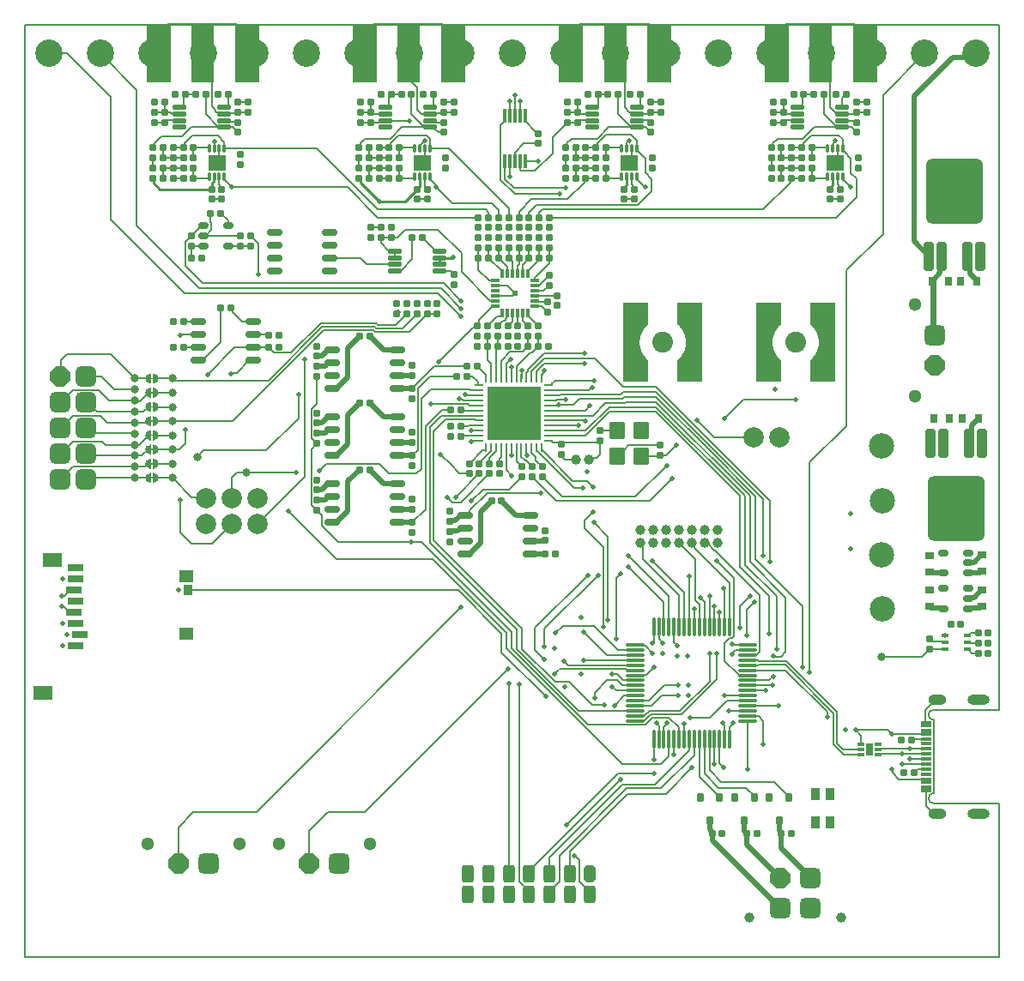
<source format=gtl>
G04*
G04 #@! TF.GenerationSoftware,Altium Limited,Altium Designer,22.0.2 (36)*
G04*
G04 Layer_Physical_Order=1*
G04 Layer_Color=255*
%FSLAX44Y44*%
%MOMM*%
G71*
G04*
G04 #@! TF.SameCoordinates,BB817302-6D05-45A6-82D7-9B19CF937CD1*
G04*
G04*
G04 #@! TF.FilePolarity,Positive*
G04*
G01*
G75*
%ADD10C,0.2500*%
%ADD11C,0.1500*%
%ADD12C,0.2000*%
%ADD14C,0.6000*%
%ADD15C,0.5000*%
%ADD19R,0.6500X1.3000*%
%ADD20R,0.7000X0.3000*%
%ADD21R,2.4000X5.8000*%
%ADD22R,2.3000X5.8000*%
G04:AMPARAMS|DCode=23|XSize=0.6mm|YSize=0.6mm|CornerRadius=0.075mm|HoleSize=0mm|Usage=FLASHONLY|Rotation=90.000|XOffset=0mm|YOffset=0mm|HoleType=Round|Shape=RoundedRectangle|*
%AMROUNDEDRECTD23*
21,1,0.6000,0.4500,0,0,90.0*
21,1,0.4500,0.6000,0,0,90.0*
1,1,0.1500,0.2250,0.2250*
1,1,0.1500,0.2250,-0.2250*
1,1,0.1500,-0.2250,-0.2250*
1,1,0.1500,-0.2250,0.2250*
%
%ADD23ROUNDEDRECTD23*%
G04:AMPARAMS|DCode=24|XSize=0.3mm|YSize=1.8mm|CornerRadius=0.075mm|HoleSize=0mm|Usage=FLASHONLY|Rotation=90.000|XOffset=0mm|YOffset=0mm|HoleType=Round|Shape=RoundedRectangle|*
%AMROUNDEDRECTD24*
21,1,0.3000,1.6500,0,0,90.0*
21,1,0.1500,1.8000,0,0,90.0*
1,1,0.1500,0.8250,0.0750*
1,1,0.1500,0.8250,-0.0750*
1,1,0.1500,-0.8250,-0.0750*
1,1,0.1500,-0.8250,0.0750*
%
%ADD24ROUNDEDRECTD24*%
G04:AMPARAMS|DCode=25|XSize=0.3mm|YSize=1.8mm|CornerRadius=0.075mm|HoleSize=0mm|Usage=FLASHONLY|Rotation=0.000|XOffset=0mm|YOffset=0mm|HoleType=Round|Shape=RoundedRectangle|*
%AMROUNDEDRECTD25*
21,1,0.3000,1.6500,0,0,0.0*
21,1,0.1500,1.8000,0,0,0.0*
1,1,0.1500,0.0750,-0.8250*
1,1,0.1500,-0.0750,-0.8250*
1,1,0.1500,-0.0750,0.8250*
1,1,0.1500,0.0750,0.8250*
%
%ADD25ROUNDEDRECTD25*%
%ADD26R,1.5000X0.8000*%
%ADD27R,1.4000X1.3000*%
%ADD28R,0.9500X1.0000*%
%ADD29R,1.9000X1.4000*%
G04:AMPARAMS|DCode=30|XSize=0.6mm|YSize=0.6mm|CornerRadius=0.075mm|HoleSize=0mm|Usage=FLASHONLY|Rotation=180.000|XOffset=0mm|YOffset=0mm|HoleType=Round|Shape=RoundedRectangle|*
%AMROUNDEDRECTD30*
21,1,0.6000,0.4500,0,0,180.0*
21,1,0.4500,0.6000,0,0,180.0*
1,1,0.1500,-0.2250,0.2250*
1,1,0.1500,0.2250,0.2250*
1,1,0.1500,0.2250,-0.2250*
1,1,0.1500,-0.2250,-0.2250*
%
%ADD30ROUNDEDRECTD30*%
%ADD31R,1.1000X0.3000*%
%ADD32C,2.0500*%
G04:AMPARAMS|DCode=33|XSize=0.6mm|YSize=1.45mm|CornerRadius=0.15mm|HoleSize=0mm|Usage=FLASHONLY|Rotation=90.000|XOffset=0mm|YOffset=0mm|HoleType=Round|Shape=RoundedRectangle|*
%AMROUNDEDRECTD33*
21,1,0.6000,1.1500,0,0,90.0*
21,1,0.3000,1.4500,0,0,90.0*
1,1,0.3000,0.5750,0.1500*
1,1,0.3000,0.5750,-0.1500*
1,1,0.3000,-0.5750,-0.1500*
1,1,0.3000,-0.5750,0.1500*
%
%ADD33ROUNDEDRECTD33*%
%ADD34R,5.3500X5.3500*%
%ADD35O,0.8500X0.2500*%
%ADD36O,0.2500X0.8500*%
G04:AMPARAMS|DCode=37|XSize=0.45mm|YSize=1.35mm|CornerRadius=0.1125mm|HoleSize=0mm|Usage=FLASHONLY|Rotation=270.000|XOffset=0mm|YOffset=0mm|HoleType=Round|Shape=RoundedRectangle|*
%AMROUNDEDRECTD37*
21,1,0.4500,1.1250,0,0,270.0*
21,1,0.2250,1.3500,0,0,270.0*
1,1,0.2250,-0.5625,-0.1125*
1,1,0.2250,-0.5625,0.1125*
1,1,0.2250,0.5625,0.1125*
1,1,0.2250,0.5625,-0.1125*
%
%ADD37ROUNDEDRECTD37*%
G04:AMPARAMS|DCode=38|XSize=0.4mm|YSize=0.7mm|CornerRadius=0.1mm|HoleSize=0mm|Usage=FLASHONLY|Rotation=90.000|XOffset=0mm|YOffset=0mm|HoleType=Round|Shape=RoundedRectangle|*
%AMROUNDEDRECTD38*
21,1,0.4000,0.5000,0,0,90.0*
21,1,0.2000,0.7000,0,0,90.0*
1,1,0.2000,0.2500,0.1000*
1,1,0.2000,0.2500,-0.1000*
1,1,0.2000,-0.2500,-0.1000*
1,1,0.2000,-0.2500,0.1000*
%
%ADD38ROUNDEDRECTD38*%
G04:AMPARAMS|DCode=39|XSize=0.6mm|YSize=0.9mm|CornerRadius=0.15mm|HoleSize=0mm|Usage=FLASHONLY|Rotation=0.000|XOffset=0mm|YOffset=0mm|HoleType=Round|Shape=RoundedRectangle|*
%AMROUNDEDRECTD39*
21,1,0.6000,0.6000,0,0,0.0*
21,1,0.3000,0.9000,0,0,0.0*
1,1,0.3000,0.1500,-0.3000*
1,1,0.3000,-0.1500,-0.3000*
1,1,0.3000,-0.1500,0.3000*
1,1,0.3000,0.1500,0.3000*
%
%ADD39ROUNDEDRECTD39*%
%ADD40R,0.9000X1.2000*%
G04:AMPARAMS|DCode=41|XSize=0.6mm|YSize=1mm|CornerRadius=0.15mm|HoleSize=0mm|Usage=FLASHONLY|Rotation=270.000|XOffset=0mm|YOffset=0mm|HoleType=Round|Shape=RoundedRectangle|*
%AMROUNDEDRECTD41*
21,1,0.6000,0.7000,0,0,270.0*
21,1,0.3000,1.0000,0,0,270.0*
1,1,0.3000,-0.3500,-0.1500*
1,1,0.3000,-0.3500,0.1500*
1,1,0.3000,0.3500,0.1500*
1,1,0.3000,0.3500,-0.1500*
%
%ADD41ROUNDEDRECTD41*%
G04:AMPARAMS|DCode=42|XSize=1mm|YSize=2.8mm|CornerRadius=0.125mm|HoleSize=0mm|Usage=FLASHONLY|Rotation=0.000|XOffset=0mm|YOffset=0mm|HoleType=Round|Shape=RoundedRectangle|*
%AMROUNDEDRECTD42*
21,1,1.0000,2.5500,0,0,0.0*
21,1,0.7500,2.8000,0,0,0.0*
1,1,0.2500,0.3750,-1.2750*
1,1,0.2500,-0.3750,-1.2750*
1,1,0.2500,-0.3750,1.2750*
1,1,0.2500,0.3750,1.2750*
%
%ADD42ROUNDEDRECTD42*%
G04:AMPARAMS|DCode=43|XSize=6.5mm|YSize=5.6mm|CornerRadius=0.7mm|HoleSize=0mm|Usage=FLASHONLY|Rotation=90.000|XOffset=0mm|YOffset=0mm|HoleType=Round|Shape=RoundedRectangle|*
%AMROUNDEDRECTD43*
21,1,6.5000,4.2000,0,0,90.0*
21,1,5.1000,5.6000,0,0,90.0*
1,1,1.4000,2.1000,2.5500*
1,1,1.4000,2.1000,-2.5500*
1,1,1.4000,-2.1000,-2.5500*
1,1,1.4000,-2.1000,2.5500*
%
%ADD43ROUNDEDRECTD43*%
G04:AMPARAMS|DCode=44|XSize=0.75mm|YSize=0.9mm|CornerRadius=0.0938mm|HoleSize=0mm|Usage=FLASHONLY|Rotation=180.000|XOffset=0mm|YOffset=0mm|HoleType=Round|Shape=RoundedRectangle|*
%AMROUNDEDRECTD44*
21,1,0.7500,0.7125,0,0,180.0*
21,1,0.5625,0.9000,0,0,180.0*
1,1,0.1875,-0.2813,0.3563*
1,1,0.1875,0.2813,0.3563*
1,1,0.1875,0.2813,-0.3563*
1,1,0.1875,-0.2813,-0.3563*
%
%ADD44ROUNDEDRECTD44*%
G04:AMPARAMS|DCode=45|XSize=0.75mm|YSize=0.9mm|CornerRadius=0.0938mm|HoleSize=0mm|Usage=FLASHONLY|Rotation=270.000|XOffset=0mm|YOffset=0mm|HoleType=Round|Shape=RoundedRectangle|*
%AMROUNDEDRECTD45*
21,1,0.7500,0.7125,0,0,270.0*
21,1,0.5625,0.9000,0,0,270.0*
1,1,0.1875,-0.3563,-0.2813*
1,1,0.1875,-0.3563,0.2813*
1,1,0.1875,0.3563,0.2813*
1,1,0.1875,0.3563,-0.2813*
%
%ADD45ROUNDEDRECTD45*%
G04:AMPARAMS|DCode=46|XSize=1.7mm|YSize=1.55mm|CornerRadius=0.1938mm|HoleSize=0mm|Usage=FLASHONLY|Rotation=90.000|XOffset=0mm|YOffset=0mm|HoleType=Round|Shape=RoundedRectangle|*
%AMROUNDEDRECTD46*
21,1,1.7000,1.1625,0,0,90.0*
21,1,1.3125,1.5500,0,0,90.0*
1,1,0.3875,0.5813,0.6563*
1,1,0.3875,0.5813,-0.6563*
1,1,0.3875,-0.5813,-0.6563*
1,1,0.3875,-0.5813,0.6563*
%
%ADD46ROUNDEDRECTD46*%
G04:AMPARAMS|DCode=47|XSize=0.3mm|YSize=1.4mm|CornerRadius=0.075mm|HoleSize=0mm|Usage=FLASHONLY|Rotation=180.000|XOffset=0mm|YOffset=0mm|HoleType=Round|Shape=RoundedRectangle|*
%AMROUNDEDRECTD47*
21,1,0.3000,1.2500,0,0,180.0*
21,1,0.1500,1.4000,0,0,180.0*
1,1,0.1500,-0.0750,0.6250*
1,1,0.1500,0.0750,0.6250*
1,1,0.1500,0.0750,-0.6250*
1,1,0.1500,-0.0750,-0.6250*
%
%ADD47ROUNDEDRECTD47*%
%ADD48R,0.6000X0.6000*%
%ADD49R,0.3000X0.8500*%
%ADD50R,0.8500X0.3000*%
G04:AMPARAMS|DCode=51|XSize=0.3mm|YSize=0.8mm|CornerRadius=0.075mm|HoleSize=0mm|Usage=FLASHONLY|Rotation=0.000|XOffset=0mm|YOffset=0mm|HoleType=Round|Shape=RoundedRectangle|*
%AMROUNDEDRECTD51*
21,1,0.3000,0.6500,0,0,0.0*
21,1,0.1500,0.8000,0,0,0.0*
1,1,0.1500,0.0750,-0.3250*
1,1,0.1500,-0.0750,-0.3250*
1,1,0.1500,-0.0750,0.3250*
1,1,0.1500,0.0750,0.3250*
%
%ADD51ROUNDEDRECTD51*%
%ADD52R,1.8000X1.5000*%
%ADD57C,0.6000*%
%ADD104R,1.0000X1.0000*%
%ADD105C,1.0000*%
%ADD106C,1.3000*%
%ADD107P,2.1994X8X202.5*%
G04:AMPARAMS|DCode=108|XSize=2.032mm|YSize=2.032mm|CornerRadius=0.508mm|HoleSize=0mm|Usage=FLASHONLY|Rotation=180.000|XOffset=0mm|YOffset=0mm|HoleType=Round|Shape=RoundedRectangle|*
%AMROUNDEDRECTD108*
21,1,2.0320,1.0160,0,0,180.0*
21,1,1.0160,2.0320,0,0,180.0*
1,1,1.0160,-0.5080,0.5080*
1,1,1.0160,0.5080,0.5080*
1,1,1.0160,0.5080,-0.5080*
1,1,1.0160,-0.5080,-0.5080*
%
%ADD108ROUNDEDRECTD108*%
G04:AMPARAMS|DCode=109|XSize=1.2192mm|YSize=1.7272mm|CornerRadius=0.3048mm|HoleSize=0mm|Usage=FLASHONLY|Rotation=0.000|XOffset=0mm|YOffset=0mm|HoleType=Round|Shape=RoundedRectangle|*
%AMROUNDEDRECTD109*
21,1,1.2192,1.1176,0,0,0.0*
21,1,0.6096,1.7272,0,0,0.0*
1,1,0.6096,0.3048,-0.5588*
1,1,0.6096,-0.3048,-0.5588*
1,1,0.6096,-0.3048,0.5588*
1,1,0.6096,0.3048,0.5588*
%
%ADD109ROUNDEDRECTD109*%
G04:AMPARAMS|DCode=110|XSize=1.2192mm|YSize=1.7272mm|CornerRadius=0mm|HoleSize=0mm|Usage=FLASHONLY|Rotation=0.000|XOffset=0mm|YOffset=0mm|HoleType=Round|Shape=Octagon|*
%AMOCTAGOND110*
4,1,8,-0.3048,0.8636,0.3048,0.8636,0.6096,0.5588,0.6096,-0.5588,0.3048,-0.8636,-0.3048,-0.8636,-0.6096,-0.5588,-0.6096,0.5588,-0.3048,0.8636,0.0*
%
%ADD110OCTAGOND110*%

%ADD111P,2.1994X8X112.5*%
G04:AMPARAMS|DCode=112|XSize=2.032mm|YSize=2.032mm|CornerRadius=0.508mm|HoleSize=0mm|Usage=FLASHONLY|Rotation=90.000|XOffset=0mm|YOffset=0mm|HoleType=Round|Shape=RoundedRectangle|*
%AMROUNDEDRECTD112*
21,1,2.0320,1.0160,0,0,90.0*
21,1,1.0160,2.0320,0,0,90.0*
1,1,1.0160,0.5080,0.5080*
1,1,1.0160,0.5080,-0.5080*
1,1,1.0160,-0.5080,-0.5080*
1,1,1.0160,-0.5080,0.5080*
%
%ADD112ROUNDEDRECTD112*%
%ADD113C,0.8000*%
G04:AMPARAMS|DCode=114|XSize=2mm|YSize=2mm|CornerRadius=0.5mm|HoleSize=0mm|Usage=FLASHONLY|Rotation=90.000|XOffset=0mm|YOffset=0mm|HoleType=Round|Shape=RoundedRectangle|*
%AMROUNDEDRECTD114*
21,1,2.0000,1.0000,0,0,90.0*
21,1,1.0000,2.0000,0,0,90.0*
1,1,1.0000,0.5000,0.5000*
1,1,1.0000,0.5000,-0.5000*
1,1,1.0000,-0.5000,-0.5000*
1,1,1.0000,-0.5000,0.5000*
%
%ADD114ROUNDEDRECTD114*%
%ADD115P,2.1648X8X112.5*%
%ADD116C,2.0000*%
%ADD117O,2.2000X1.0000*%
%ADD118O,1.8000X1.0000*%
%ADD119C,2.5000*%
%ADD120C,2.7000*%
%ADD121C,0.5000*%
G36*
X131750Y571000D02*
X126749Y565999D01*
X125750Y566000D01*
Y570250D01*
X124250D01*
X124250Y566000D01*
X123250D01*
X118250Y571000D01*
X123250Y576000D01*
X124250D01*
Y571750D01*
X125750D01*
Y576000D01*
X126750D01*
X131750Y571000D01*
D02*
G37*
G36*
X798800Y568200D02*
X774400D01*
Y589300D01*
X775031Y589841D01*
X775528Y590297D01*
X776012Y590767D01*
X776481Y591250D01*
X776937Y591748D01*
X777378Y592258D01*
X777803Y592780D01*
X778214Y593315D01*
X778609Y593862D01*
X778987Y594420D01*
X779350Y594988D01*
X779695Y595567D01*
X780024Y596156D01*
X780335Y596754D01*
X780629Y597361D01*
X780905Y597976D01*
X781163Y598599D01*
X781403Y599229D01*
X781624Y599866D01*
X781827Y600509D01*
X782011Y601158D01*
X782176Y601811D01*
X782322Y602470D01*
X782449Y603132D01*
X782556Y603798D01*
X782644Y604466D01*
X782712Y605137D01*
X782761Y605809D01*
X782791Y606483D01*
X782800Y607000D01*
X782791Y607517D01*
X782761Y608191D01*
X782712Y608863D01*
X782644Y609534D01*
X782556Y610203D01*
X782449Y610868D01*
X782322Y611530D01*
X782176Y612189D01*
X782011Y612842D01*
X781827Y613491D01*
X781624Y614134D01*
X781403Y614771D01*
X781163Y615401D01*
X780905Y616024D01*
X780629Y616639D01*
X780335Y617246D01*
X780024Y617844D01*
X779695Y618433D01*
X779350Y619012D01*
X778987Y619580D01*
X778609Y620138D01*
X778214Y620685D01*
X777803Y621220D01*
X777378Y621743D01*
X776937Y622253D01*
X776481Y622750D01*
X776012Y623233D01*
X775528Y623703D01*
X775031Y624159D01*
X774400Y624700D01*
Y630500D01*
Y645800D01*
X798800D01*
Y568200D01*
D02*
G37*
G36*
X745600Y624700D02*
X744969Y624159D01*
X744472Y623703D01*
X743989Y623233D01*
X743519Y622750D01*
X743063Y622253D01*
X742623Y621743D01*
X742197Y621220D01*
X741786Y620685D01*
X741392Y620138D01*
X741013Y619580D01*
X740651Y619012D01*
X740305Y618433D01*
X739976Y617844D01*
X739665Y617246D01*
X739371Y616639D01*
X739095Y616024D01*
X738837Y615401D01*
X738597Y614771D01*
X738376Y614134D01*
X738173Y613491D01*
X737989Y612842D01*
X737824Y612189D01*
X737678Y611530D01*
X737552Y610868D01*
X737444Y610203D01*
X737356Y609534D01*
X737288Y608863D01*
X737239Y608191D01*
X737209Y607517D01*
X737200Y607000D01*
X737209Y606483D01*
X737239Y605809D01*
X737288Y605137D01*
X737356Y604466D01*
X737444Y603798D01*
X737552Y603132D01*
X737678Y602470D01*
X737824Y601811D01*
X737989Y601158D01*
X738173Y600509D01*
X738376Y599866D01*
X738597Y599229D01*
X738837Y598599D01*
X739095Y597976D01*
X739371Y597361D01*
X739665Y596754D01*
X739976Y596156D01*
X740305Y595567D01*
X740651Y594988D01*
X741013Y594420D01*
X741392Y593862D01*
X741786Y593315D01*
X742197Y592780D01*
X742623Y592258D01*
X743063Y591748D01*
X743519Y591250D01*
X743989Y590767D01*
X744472Y590297D01*
X744969Y589841D01*
X745600Y589300D01*
Y568200D01*
X721200D01*
Y645800D01*
X745600D01*
Y624700D01*
D02*
G37*
G36*
X667800Y568200D02*
X643400D01*
Y589300D01*
X644031Y589841D01*
X644528Y590297D01*
X645012Y590767D01*
X645481Y591250D01*
X645937Y591748D01*
X646378Y592258D01*
X646804Y592780D01*
X647214Y593315D01*
X647609Y593862D01*
X647987Y594420D01*
X648350Y594988D01*
X648695Y595567D01*
X649024Y596156D01*
X649335Y596754D01*
X649629Y597361D01*
X649905Y597976D01*
X650163Y598599D01*
X650403Y599229D01*
X650624Y599866D01*
X650827Y600509D01*
X651011Y601158D01*
X651176Y601811D01*
X651322Y602470D01*
X651449Y603132D01*
X651556Y603798D01*
X651644Y604466D01*
X651712Y605137D01*
X651761Y605809D01*
X651791Y606483D01*
X651800Y607000D01*
X651791Y607517D01*
X651761Y608191D01*
X651712Y608863D01*
X651644Y609534D01*
X651556Y610203D01*
X651449Y610868D01*
X651322Y611530D01*
X651176Y612189D01*
X651011Y612842D01*
X650827Y613491D01*
X650624Y614134D01*
X650403Y614771D01*
X650163Y615401D01*
X649905Y616024D01*
X649629Y616639D01*
X649335Y617246D01*
X649024Y617844D01*
X648695Y618433D01*
X648350Y619012D01*
X647987Y619580D01*
X647609Y620138D01*
X647214Y620685D01*
X646804Y621220D01*
X646378Y621743D01*
X645937Y622253D01*
X645481Y622750D01*
X645012Y623233D01*
X644528Y623703D01*
X644031Y624159D01*
X643400Y624700D01*
Y630500D01*
Y645800D01*
X667800D01*
Y568200D01*
D02*
G37*
G36*
X614600Y624700D02*
X613969Y624159D01*
X613472Y623703D01*
X612989Y623233D01*
X612519Y622750D01*
X612063Y622253D01*
X611623Y621743D01*
X611197Y621220D01*
X610786Y620685D01*
X610392Y620138D01*
X610013Y619580D01*
X609651Y619012D01*
X609305Y618433D01*
X608976Y617844D01*
X608665Y617246D01*
X608371Y616639D01*
X608095Y616024D01*
X607837Y615401D01*
X607597Y614771D01*
X607376Y614134D01*
X607173Y613491D01*
X606989Y612842D01*
X606824Y612189D01*
X606678Y611530D01*
X606552Y610868D01*
X606444Y610203D01*
X606356Y609534D01*
X606288Y608863D01*
X606239Y608191D01*
X606209Y607517D01*
X606200Y607000D01*
X606209Y606483D01*
X606239Y605809D01*
X606288Y605137D01*
X606356Y604466D01*
X606444Y603798D01*
X606552Y603132D01*
X606678Y602470D01*
X606824Y601811D01*
X606989Y601158D01*
X607173Y600509D01*
X607376Y599866D01*
X607597Y599229D01*
X607837Y598599D01*
X608095Y597976D01*
X608371Y597361D01*
X608665Y596754D01*
X608976Y596156D01*
X609305Y595567D01*
X609651Y594988D01*
X610013Y594420D01*
X610392Y593862D01*
X610786Y593315D01*
X611197Y592780D01*
X611623Y592258D01*
X612063Y591748D01*
X612519Y591250D01*
X612989Y590767D01*
X613472Y590297D01*
X613969Y589841D01*
X614600Y589300D01*
Y568200D01*
X590200D01*
Y645800D01*
X614600D01*
Y624700D01*
D02*
G37*
G36*
X131750Y557000D02*
X126749Y552000D01*
X125750Y552000D01*
Y556250D01*
X124250D01*
X124250Y552000D01*
X123250D01*
X118250Y557000D01*
X123250Y562000D01*
X124250D01*
Y557750D01*
X125750D01*
Y562000D01*
X126750D01*
X131750Y557000D01*
D02*
G37*
G36*
Y543000D02*
X126749Y537999D01*
X125750Y538000D01*
Y542250D01*
X124250D01*
X124250Y538000D01*
X123250D01*
X118250Y543000D01*
X123250Y548000D01*
X124250D01*
Y543750D01*
X125750D01*
Y548000D01*
X126750D01*
X131750Y543000D01*
D02*
G37*
G36*
Y529000D02*
X126749Y523999D01*
X125750Y524000D01*
Y528250D01*
X124250D01*
X124250Y524000D01*
X123250D01*
X118250Y529000D01*
X123250Y534000D01*
X124250D01*
Y529750D01*
X125750D01*
Y534000D01*
X126750D01*
X131750Y529000D01*
D02*
G37*
G36*
Y515000D02*
X126749Y510000D01*
X125750Y510000D01*
Y514250D01*
X124250D01*
X124250Y510000D01*
X123250D01*
X118250Y515000D01*
X123250Y520000D01*
X124250D01*
Y515750D01*
X125750D01*
Y520000D01*
X126750D01*
X131750Y515000D01*
D02*
G37*
G36*
Y501000D02*
X126749Y495999D01*
X125750Y496000D01*
Y500250D01*
X124250D01*
X124250Y496000D01*
X123250D01*
X118250Y501000D01*
X123250Y506000D01*
X124250D01*
Y501750D01*
X125750D01*
Y506000D01*
X126750D01*
X131750Y501000D01*
D02*
G37*
G36*
Y487000D02*
X126749Y482000D01*
X125750Y482000D01*
Y486250D01*
X124250D01*
X124250Y482000D01*
X123250D01*
X118250Y487000D01*
X123250Y492000D01*
X124250D01*
Y487750D01*
X125750D01*
Y492000D01*
X126750D01*
X131750Y487000D01*
D02*
G37*
G36*
Y473000D02*
X126749Y467999D01*
X125750Y468000D01*
Y472250D01*
X124250D01*
X124250Y468000D01*
X123250D01*
X118250Y473000D01*
X123250Y478000D01*
X124250D01*
Y473750D01*
X125750D01*
Y478000D01*
X126750D01*
X131750Y473000D01*
D02*
G37*
D10*
X330432Y764568D02*
X349000Y746000D01*
X375000D02*
X387000Y758000D01*
X349000Y746000D02*
X375000D01*
X420709Y690250D02*
X421459Y691000D01*
X409000Y690250D02*
X420709D01*
X421459Y691000D02*
X422000D01*
X409000Y683750D02*
Y690250D01*
X126932Y764068D02*
Y768068D01*
X133000Y758000D02*
X184000D01*
X126000Y769000D02*
X126932Y768068D01*
Y764068D02*
X133000Y758000D01*
X329000Y769000D02*
X330432Y767568D01*
Y764568D02*
Y767568D01*
X795750Y761500D02*
X796500Y762250D01*
Y770000D01*
X795750Y759750D02*
Y761500D01*
X794000Y758000D02*
X795750Y759750D01*
X593500Y762250D02*
Y770000D01*
X592750Y761500D02*
X593500Y762250D01*
X592750Y759750D02*
Y761500D01*
X591000Y758000D02*
X592750Y759750D01*
X184000Y758000D02*
Y763550D01*
X186250Y765800D01*
Y769750D01*
X186500Y770000D01*
X389500Y760500D02*
Y770000D01*
X387000Y758000D02*
X389500Y760500D01*
D11*
X896000Y244000D02*
G03*
X896000Y234000I0J-5000D01*
G01*
Y161600D02*
G03*
X896000Y151600I0J-5000D01*
G01*
X749800Y921000D02*
X818800D01*
X547000Y921000D02*
X616000D01*
X343400Y921000D02*
X412400D01*
X140200D02*
X209200D01*
X961000Y141600D02*
Y151600D01*
X896000D02*
X961000D01*
X961000Y0D02*
X961000Y141600D01*
X0Y0D02*
X961000D01*
X961000Y254000D02*
X961000Y920000D01*
X896000Y244000D02*
X961000D01*
Y254000D01*
X896000Y161600D02*
Y234000D01*
X0Y920000D02*
X0Y0D01*
X0Y920000D02*
X961000D01*
D12*
X126750Y483000D02*
G03*
X126750Y491000I0J4000D01*
G01*
X123250D02*
G03*
X123250Y483000I0J-4000D01*
G01*
X126750Y469000D02*
G03*
X126750Y477000I0J4000D01*
G01*
X123250D02*
G03*
X123250Y469000I0J-4000D01*
G01*
X126750Y511000D02*
G03*
X126750Y519000I0J4000D01*
G01*
X123250D02*
G03*
X123250Y511000I0J-4000D01*
G01*
X126750Y497000D02*
G03*
X126750Y505000I0J4000D01*
G01*
X123250D02*
G03*
X123250Y497000I0J-4000D01*
G01*
X126750Y567000D02*
G03*
X126750Y575000I0J4000D01*
G01*
X123250D02*
G03*
X123250Y567000I0J-4000D01*
G01*
X126750Y539000D02*
G03*
X126750Y547000I0J4000D01*
G01*
X123250D02*
G03*
X123250Y539000I0J-4000D01*
G01*
X126750Y553000D02*
G03*
X126750Y561000I0J4000D01*
G01*
X123250D02*
G03*
X123250Y553000I0J-4000D01*
G01*
X126750Y525000D02*
G03*
X126750Y533000I0J4000D01*
G01*
X123250D02*
G03*
X123250Y525000I0J-4000D01*
G01*
X169500Y493500D02*
X176000Y500000D01*
X819000Y224000D02*
X824500Y218500D01*
Y210000D02*
Y218500D01*
X851000Y224000D02*
X855000Y220000D01*
X819000Y224000D02*
X851000D01*
X750000Y283000D02*
X791000Y242000D01*
Y237000D02*
Y242000D01*
X751000Y292000D02*
X801000Y242000D01*
X749550Y288500D02*
X797500Y240550D01*
X801000Y211000D02*
X807000Y205000D01*
X797500Y209550D02*
Y240550D01*
X801000Y211000D02*
Y242000D01*
X797500Y209550D02*
X807050Y200000D01*
X824500D01*
X807000Y205000D02*
X824500D01*
X865000Y200300D02*
X888500D01*
X841500D02*
X865000D01*
X841800Y205300D02*
X888500D01*
X280000Y92200D02*
Y124000D01*
X299000Y143000D01*
X335000D01*
X151000Y92200D02*
Y128000D01*
X166000Y143000D01*
X228000D01*
X517000Y64540D02*
X527000Y74540D01*
Y100000D01*
X517000Y62000D02*
Y64540D01*
X145000Y501000D02*
X152000D01*
X158000Y507000D02*
Y521000D01*
X152000Y501000D02*
X158000Y507000D01*
X208500Y576450D02*
X221000Y588950D01*
X203450Y576450D02*
X208500D01*
X203000Y576000D02*
X203450Y576450D01*
X221000Y588950D02*
X225250D01*
X128750Y501000D02*
X145000D01*
X145000Y501000D01*
X153000Y419000D02*
Y451000D01*
Y419000D02*
X164000Y408000D01*
X184700D02*
X204000Y427300D01*
X164000Y408000D02*
X184700D01*
X176000Y500000D02*
X238000D01*
X209000Y478000D02*
X267000D01*
X204000Y473000D02*
X209000Y478000D01*
X204000Y452700D02*
Y473000D01*
X438500Y544500D02*
X448000D01*
X128750Y473000D02*
X145000D01*
X145000Y473000D01*
X153175Y614175D02*
X170575D01*
X153000Y614000D02*
X153175Y614175D01*
X170575D02*
X170750Y614350D01*
X177277Y454024D02*
X178600Y452700D01*
X163976Y454024D02*
X177277D01*
X145000Y473000D02*
X163976Y454024D01*
X108000Y473000D02*
X108000Y473000D01*
X121250D01*
X118139Y483889D02*
X121250Y487000D01*
X108000Y483889D02*
X118139D01*
X115028Y494778D02*
X121250Y501000D01*
X108000Y494778D02*
X115028D01*
X108083Y505750D02*
X112000D01*
X108000Y505667D02*
X108083Y505750D01*
X112000D02*
X121250Y515000D01*
X108000Y527444D02*
X119694D01*
X121250Y529000D01*
X108000Y538333D02*
X116583D01*
X121250Y543000D01*
X108000Y549222D02*
X108472Y548750D01*
X113000D01*
X121250Y557000D01*
X108000Y571000D02*
X108000Y571000D01*
X121250D01*
X61500Y473000D02*
X108000D01*
X59700Y471200D02*
X61500Y473000D01*
X34300Y471200D02*
X46989Y483889D01*
X108000D01*
X59700Y496600D02*
X61522Y494778D01*
X108000D01*
X34300Y496600D02*
X46800Y509100D01*
X75954D01*
X79387Y505667D01*
X108000D01*
X59700Y522000D02*
X64422Y517278D01*
X107278D02*
X108000Y516555D01*
X64422Y517278D02*
X107278D01*
X34300Y522000D02*
X46800Y534500D01*
X74143D01*
X81199Y527444D01*
X108000D01*
X59700Y547400D02*
X61865D01*
X70932Y538333D02*
X108000D01*
X61865Y547400D02*
X70932Y538333D01*
X34300Y547400D02*
X46800Y559900D01*
X72332D01*
X83010Y549222D01*
X108000D01*
X59700Y572800D02*
X75200D01*
X87889Y560111D02*
X108000D01*
X75200Y572800D02*
X87889Y560111D01*
X35000Y573500D02*
Y589000D01*
X34300Y572800D02*
X35000Y573500D01*
X41000Y595000D02*
X84000D01*
X35000Y589000D02*
X41000Y595000D01*
X84000D02*
X108000Y571000D01*
X145000Y529000D02*
X204904D01*
X128750Y487000D02*
X145000D01*
X128750Y515000D02*
X145000D01*
X128750Y543000D02*
X145000D01*
X128750Y557000D02*
X145000D01*
X128750Y571000D02*
X145000D01*
X128750Y529000D02*
X145000D01*
X632000Y495000D02*
X642000Y505000D01*
X626000Y495000D02*
X632000D01*
X663000Y530000D02*
X680000Y513000D01*
X718300D01*
X527000Y496000D02*
X531999Y491001D01*
X543652D01*
X557883Y492532D02*
X563532D01*
X567000Y496000D02*
Y510000D01*
X563532Y492532D02*
X567000Y496000D01*
X556352Y491001D02*
X557883Y492532D01*
X516096Y524596D02*
X545596D01*
X545798Y524798D01*
X181000Y799000D02*
X181500Y798500D01*
Y798000D02*
Y798500D01*
X166000Y799000D02*
X181000D01*
Y769000D02*
X181500Y769500D01*
X166000Y769000D02*
X181000D01*
X181500Y769500D02*
Y770000D01*
X767000Y286000D02*
Y346000D01*
X720000Y393000D02*
X767000Y346000D01*
X720000Y393000D02*
Y454950D01*
X734000Y319000D02*
Y356000D01*
X705000Y385000D02*
Y455000D01*
Y385000D02*
X734000Y356000D01*
X710000Y387000D02*
Y455000D01*
X741000Y304000D02*
Y356000D01*
X710000Y387000D02*
X741000Y356000D01*
X750000Y301000D02*
Y355000D01*
X715000Y390000D02*
X750000Y355000D01*
X715000Y390000D02*
Y455000D01*
X728000Y210000D02*
Y233000D01*
X723500Y237500D02*
X728000Y233000D01*
X713500Y237500D02*
X723500D01*
X711042Y167000D02*
X719071Y158971D01*
X684000Y167000D02*
X711042D01*
X670000Y181000D02*
X684000Y167000D01*
X670000Y181000D02*
Y215000D01*
X686799Y173000D02*
X738772D01*
X675000Y184799D02*
Y215000D01*
Y184799D02*
X686799Y173000D01*
X665000Y177542D02*
X681880Y160663D01*
X685071Y157471D02*
Y158701D01*
X683109Y160663D02*
X685071Y158701D01*
X681880Y160663D02*
X683109D01*
X665000Y177542D02*
Y215000D01*
X713000Y185000D02*
Y233000D01*
X713000Y233000D01*
Y238000D02*
X713500Y237500D01*
X698000Y230188D02*
Y231000D01*
X695000Y227188D02*
X698000Y230188D01*
X680000Y190000D02*
Y215000D01*
X660000Y199000D02*
Y215000D01*
X627500Y166500D02*
X660000Y199000D01*
X593500Y166500D02*
X627500D01*
X655000Y204000D02*
Y215000D01*
X621000Y170000D02*
X655000Y204000D01*
X589000Y170000D02*
X621000D01*
X585000Y181000D02*
X620000D01*
X632000Y161000D02*
X658000Y187000D01*
X593879Y161000D02*
X632000D01*
X497000Y84770D02*
X587000Y174770D01*
Y175000D01*
X497000Y82000D02*
Y84770D01*
X517000Y98000D02*
X589000Y170000D01*
X517000Y82000D02*
Y98000D01*
X527000Y100000D02*
X593500Y166500D01*
X534000Y130000D02*
X585000Y181000D01*
X475000Y304330D02*
X589330Y190000D01*
X627000D01*
X634848Y197848D01*
X487000Y74540D02*
Y269000D01*
X477000Y82000D02*
Y270000D01*
X487000Y74540D02*
X497000Y64540D01*
X335000Y143000D02*
X476000Y284000D01*
X512000Y306000D02*
Y324000D01*
X542000Y100000D02*
X542808D01*
X547000Y95808D01*
Y74540D02*
Y95808D01*
X537000Y82000D02*
Y104121D01*
X593879Y161000D01*
X547000Y74540D02*
X557000Y64540D01*
X403000Y411000D02*
X490000Y324000D01*
Y304179D02*
Y324000D01*
X403000Y411000D02*
Y519000D01*
X480000Y304280D02*
Y321000D01*
X391000Y410000D02*
X480000Y321000D01*
X381000Y410000D02*
X391000D01*
X307394Y392891D02*
X402109D01*
X475000Y304330D02*
Y320000D01*
X402109Y392891D02*
X475000Y320000D01*
X470000Y300740D02*
Y319000D01*
Y300740D02*
X513870Y256870D01*
X427000Y362000D02*
X470000Y319000D01*
X485000Y304229D02*
Y323000D01*
X399000Y409000D02*
X485000Y323000D01*
Y304229D02*
X546229Y243000D01*
X480000Y304280D02*
X555280Y229000D01*
X490000Y304179D02*
X522554Y271625D01*
X559000Y249000D02*
X571000D01*
X555280Y229000D02*
X611596D01*
X522554Y271625D02*
X536375D01*
X503000Y303000D02*
X512000Y294000D01*
X546229Y243000D02*
X602000D01*
X399000Y409000D02*
Y523000D01*
X536375Y271625D02*
X559000Y249000D01*
X228000Y143000D02*
X430000Y345000D01*
X161000Y362000D02*
X427000D01*
X503000Y303000D02*
Y325000D01*
X555000Y377000D01*
X685000Y191000D02*
Y215000D01*
Y191000D02*
X688964Y187036D01*
X620000Y195000D02*
Y215000D01*
X738772Y173000D02*
X750800Y160971D01*
X650000Y215000D02*
X650000Y215000D01*
X650000Y215000D02*
Y230000D01*
X656000Y236000D02*
X675071D01*
X692071Y253000D01*
X617146Y239500D02*
X647521D01*
X646071Y243000D02*
X675000Y271929D01*
X682000Y273979D02*
Y299929D01*
X675000Y271929D02*
Y300000D01*
X615697Y243000D02*
X646071D01*
X647521Y239500D02*
X682000Y273979D01*
X611197Y238500D02*
X615697Y243000D01*
X611147Y233500D02*
X617146Y239500D01*
X618596Y236000D02*
X635071D01*
X644500Y226571D01*
Y215500D02*
Y226571D01*
X640000Y215000D02*
X640000Y215000D01*
X640000Y200000D02*
Y215000D01*
X634848Y197848D02*
Y214848D01*
X734000Y273000D02*
X738000Y277000D01*
X713000Y273000D02*
X734000D01*
X745426Y296426D02*
X750000Y301000D01*
X738574Y296426D02*
X745426D01*
X774000Y281000D02*
Y488000D01*
X712000Y343000D02*
X719000Y350000D01*
X724500Y300904D02*
Y357500D01*
X722096Y298500D02*
X724500Y300904D01*
X680500Y401500D02*
X724500Y357500D01*
X705000Y346000D02*
X715000Y356000D01*
X476000Y623000D02*
X480500Y627500D01*
X774000Y488000D02*
X810000Y524000D01*
X670400Y409000D02*
X672493D01*
X679993Y401500D01*
X680500D01*
X713000Y283000D02*
X750000D01*
X723500Y288500D02*
X749550D01*
X724000Y292000D02*
X751000D01*
X728000Y396000D02*
Y452000D01*
X712000Y317000D02*
Y343000D01*
X705000Y325000D02*
Y346000D01*
X622000Y558000D02*
X728000Y452000D01*
X735000Y390000D02*
Y450000D01*
X622000Y563000D02*
X735000Y450000D01*
X682000Y299929D02*
X682036Y299965D01*
X689000Y363188D02*
X690000Y362188D01*
Y326000D02*
Y362188D01*
X689000Y363188D02*
Y364000D01*
X695000Y326000D02*
Y369000D01*
X660007Y403993D02*
X695000Y369000D01*
X682000Y391000D02*
X699000Y374000D01*
Y316404D02*
Y374000D01*
X697096Y314500D02*
X699000Y316404D01*
X660007Y403993D02*
Y404528D01*
X657700Y406835D02*
Y409000D01*
Y406835D02*
X660007Y404528D01*
X602500Y233500D02*
X611147D01*
X602000Y233000D02*
X602500Y233500D01*
X602000Y238000D02*
X602500Y238500D01*
X611197D01*
X602000Y248000D02*
X618000D01*
X628000Y258000D02*
X644000D01*
X618000Y248000D02*
X628000Y258000D01*
X630188Y268000D02*
X644000D01*
X623000Y230188D02*
X625000Y228188D01*
X623000Y230188D02*
Y231000D01*
X625000Y215000D02*
Y228188D01*
X557000Y62000D02*
Y64540D01*
X562000Y261000D02*
X574000Y273000D01*
X584000D02*
X589000Y268000D01*
X574000Y273000D02*
X584000D01*
X589000Y268000D02*
X602000D01*
X584000Y279000D02*
X590000Y273000D01*
X579000Y279000D02*
X584000D01*
X590000Y273000D02*
X602000D01*
X579000Y267000D02*
X583000Y263000D01*
X602000D01*
X562000Y256000D02*
Y261000D01*
X581000Y248000D02*
X591000Y258000D01*
X602000D01*
X692071Y253000D02*
X713000D01*
X713000Y243000D02*
X713000Y243000D01*
X694000Y243000D02*
X713000D01*
X694000Y243000D02*
X694000Y243000D01*
X611596Y229000D02*
X618596Y236000D01*
X497000Y62000D02*
Y64540D01*
X512000Y324000D02*
X565000Y377000D01*
X560793Y429063D02*
X575000Y414856D01*
Y332674D02*
Y414856D01*
X552000Y423000D02*
Y431000D01*
X570000Y326000D02*
Y405000D01*
X552000Y423000D02*
X570000Y405000D01*
X552000Y431000D02*
X560000Y439000D01*
X630000Y326000D02*
Y350072D01*
X595000Y385072D02*
X630000Y350072D01*
X619000Y391000D02*
X650000Y360000D01*
Y326000D02*
Y360000D01*
X609106Y392894D02*
Y404627D01*
X645000Y326000D02*
Y357000D01*
X609106Y392894D02*
X645000Y357000D01*
X606898Y406835D02*
X609106Y404627D01*
X606898Y406835D02*
Y409000D01*
X583000Y374000D02*
X587000Y378000D01*
X583000Y314000D02*
Y374000D01*
X644500Y215500D02*
X645000Y215000D01*
X260000Y440286D02*
X307394Y392891D01*
X634848Y214848D02*
X635000Y215000D01*
X523188Y320000D02*
X530188Y327000D01*
X561000D01*
X585000Y303000D01*
X602000D01*
X409857Y496000D02*
X420108Y485749D01*
X410500Y534500D02*
X448000D01*
X399000Y523000D02*
X410500Y534500D01*
X403000Y519000D02*
X415000Y531000D01*
X420108Y485749D02*
Y485749D01*
X415000Y531000D02*
X443365D01*
X292829Y425965D02*
X308793Y410000D01*
X381000D01*
X602000Y278000D02*
X602500Y278500D01*
X612500D01*
X620000Y286000D01*
X595000Y396000D02*
X635000Y356000D01*
Y326000D02*
Y356000D01*
X616000Y450000D02*
X638000Y472000D01*
X524000Y450000D02*
X616000D01*
X602129Y454200D02*
X632965Y485036D01*
X500000Y474000D02*
X524000Y450000D01*
X529800Y454200D02*
X602129D01*
X510000Y474000D02*
X529800Y454200D01*
X622000Y538000D02*
X705000Y455000D01*
X575904Y538000D02*
X622000D01*
X590000Y563000D02*
X622000D01*
X675000Y499950D02*
Y500000D01*
X575954Y543000D02*
X622000D01*
X590000Y558000D02*
X622000D01*
X622000Y543000D02*
X710000Y455000D01*
X593000Y548000D02*
X622000D01*
X715000Y455000D01*
X591000Y553000D02*
X622000D01*
X675000Y500000D01*
Y499950D02*
X720000Y454950D01*
X482979Y753000D02*
X527000D01*
X469000Y766979D02*
X482979Y753000D01*
X469000Y766979D02*
Y821000D01*
X473000Y825000D01*
Y830500D01*
X690000Y292404D02*
X703904Y278500D01*
X690000Y292404D02*
Y309571D01*
X694929Y314500D01*
X698812Y308000D02*
X713000D01*
X697812Y309000D02*
X698812Y308000D01*
X697000Y309000D02*
X697812D01*
X694929Y314500D02*
X697096D01*
X703904Y278500D02*
X712500D01*
X713000Y278000D01*
X738000Y297000D02*
X738574Y296426D01*
X713000Y293000D02*
X723000D01*
Y288000D02*
X723500Y288500D01*
X713000Y288000D02*
X723000D01*
Y293000D02*
X724000Y292000D01*
X690000Y258000D02*
X713000D01*
X713000Y258000D01*
X690000Y258000D02*
X690000Y258000D01*
X660000Y326000D02*
X660000Y326000D01*
X660000Y326000D02*
Y344000D01*
X661000Y352000D02*
X665000Y348000D01*
X661000Y352000D02*
Y393000D01*
X665000Y346216D02*
Y348000D01*
Y326000D02*
Y341945D01*
Y346216D02*
X665064Y346152D01*
X665000Y341945D02*
X665064Y342010D01*
Y346152D01*
X666464Y354293D02*
X670000Y350757D01*
Y326000D02*
Y350757D01*
X666464Y354293D02*
Y355000D01*
X84000Y728000D02*
Y849000D01*
X23200Y892000D02*
X41000D01*
X84000Y849000D01*
X110000Y722000D02*
X172000Y660000D01*
X110000Y722000D02*
Y856000D01*
X74000Y892000D02*
X110000Y856000D01*
X84000Y728000D02*
X157000Y655000D01*
X36574Y345426D02*
X39074D01*
X36000Y346000D02*
X36574Y345426D01*
X36000Y356000D02*
X36574Y356574D01*
X39074D01*
X44500Y362000D01*
X48000Y340000D02*
X48000Y340000D01*
X44500Y340000D02*
X48000D01*
X39074Y345426D02*
X44500Y340000D01*
Y362000D02*
X48000D01*
X497000Y735000D02*
X504500Y742500D01*
X604596D01*
X713000Y248000D02*
X743000D01*
X713000Y248000D02*
X713000Y248000D01*
X743000D02*
X743000Y248000D01*
X893426Y249261D02*
X898165Y254000D01*
X888000Y231800D02*
Y243835D01*
X893426Y249261D02*
Y249261D01*
X888000Y243835D02*
X893426Y249261D01*
X898165Y254000D02*
X900000D01*
X888000Y231800D02*
X888500Y231300D01*
Y228300D02*
Y231300D01*
X877000Y182000D02*
X880300Y185300D01*
X888500D01*
X874000Y214000D02*
X874800Y214800D01*
X888000D02*
X888500Y215300D01*
X874800Y214800D02*
X888000D01*
X861700Y175300D02*
X888500D01*
X855000Y185000D02*
X855389Y184611D01*
Y181611D02*
X861700Y175300D01*
X855389Y181611D02*
Y184611D01*
X713500Y298500D02*
X722096D01*
X713000Y298000D02*
X713500Y298500D01*
X713000Y268000D02*
X737000D01*
X713000Y268000D02*
X713000Y268000D01*
X737000D02*
X737000Y268000D01*
X888350Y220150D02*
X888500Y220300D01*
X855150Y220150D02*
X888350D01*
X855000Y220000D02*
X855150Y220150D01*
X888500Y220300D02*
Y223300D01*
Y172300D02*
Y175300D01*
X865000Y190300D02*
X888500D01*
X873000Y195300D02*
X888500D01*
X896000Y141600D02*
X900000D01*
X888500Y149100D02*
Y164300D01*
Y149100D02*
X896000Y141600D01*
X888500Y164300D02*
Y167300D01*
X591500Y546500D02*
X593000Y548000D01*
X572500Y546500D02*
X591500D01*
X690000Y532000D02*
X690000D01*
X708000Y550000D01*
X760000Y550000D01*
X547000Y551000D02*
X589000D01*
X541000Y545000D02*
X547000Y551000D01*
X589000D02*
X591000Y553000D01*
X560500Y534500D02*
X572500Y546500D01*
X516000Y554500D02*
X527401D01*
X527901Y555000D02*
X587000D01*
X555688Y559500D02*
X558188Y562000D01*
X559000D01*
X527401Y554500D02*
X527901Y555000D01*
X587000D02*
X590000Y558000D01*
X516000Y559500D02*
X555688D01*
X552454Y519500D02*
X575954Y543000D01*
X552404Y514500D02*
X575904Y538000D01*
X526000Y545000D02*
X541000D01*
X523929Y550000D02*
X533000D01*
X522774Y569000D02*
X561000D01*
X519096Y565322D02*
X522774Y569000D01*
X562000Y591000D02*
X590000Y563000D01*
X511979Y591000D02*
X562000D01*
X511929Y586000D02*
X552000D01*
X516000Y539500D02*
X552500D01*
X557000Y544000D01*
X523429Y549500D02*
X523929Y550000D01*
X525596Y544596D02*
X526000Y545000D01*
X548071Y530000D02*
X548497Y529574D01*
X535173Y530000D02*
X548071D01*
X552426Y529574D02*
X553000Y529000D01*
X548497Y529574D02*
X552426D01*
X519096Y564731D02*
Y565322D01*
X516000Y564500D02*
X518865D01*
X519096Y564731D01*
X516000Y514500D02*
X552404D01*
X516000Y519500D02*
X552454D01*
X534673Y529500D02*
X535173Y530000D01*
X554000Y470000D02*
X560000Y464000D01*
X750800Y160971D02*
X753071Y158701D01*
X750800Y160971D02*
X750800D01*
X753071Y157471D02*
Y158701D01*
X719071Y157471D02*
Y158971D01*
X645000Y409000D02*
X661000Y393000D01*
X655000Y326000D02*
Y376000D01*
X713000Y263000D02*
X730000D01*
X730000Y263000D01*
X713000Y263000D02*
X713000Y263000D01*
X675000Y356000D02*
X675000Y356000D01*
Y326000D02*
Y356000D01*
X541197Y463000D02*
X550000D01*
X505750Y498447D02*
X541197Y463000D01*
X510095Y499905D02*
X540000Y470000D01*
X554000D01*
X505750Y498447D02*
Y498615D01*
X504500Y499865D02*
X505750Y498615D01*
X504500Y499865D02*
Y503000D01*
X509731Y499905D02*
X510095D01*
X509500Y500135D02*
X509731Y499905D01*
X509500Y500135D02*
Y503000D01*
X455700Y458000D02*
X508929D01*
X438557Y440857D02*
X455700Y458000D01*
X680000Y326000D02*
Y346000D01*
X685000Y326000D02*
Y340500D01*
Y326000D02*
X685000Y326000D01*
X551000Y293000D02*
X602000D01*
X625000Y494000D02*
X626000Y495000D01*
X608000Y494000D02*
X625000D01*
X584000D02*
Y494243D01*
X595001Y505001D02*
X626000D01*
X584000Y494243D02*
X591257Y501500D01*
X591500D01*
X595001Y505001D01*
X602500Y307500D02*
X611500D01*
X602000Y308000D02*
X602500Y307500D01*
X611500D02*
X619000Y300000D01*
X615188Y253000D02*
X630188Y268000D01*
X602000Y253000D02*
X615188D01*
X630000Y215000D02*
Y227188D01*
X633000Y230188D01*
Y231000D01*
X697000Y299188D02*
X700812Y303000D01*
X713000D01*
X625000Y314000D02*
Y326000D01*
Y314000D02*
X629000Y310000D01*
X620000Y311642D02*
Y326000D01*
X619000Y310642D02*
X620000Y311642D01*
X619000Y309830D02*
Y310642D01*
X695000Y215000D02*
Y227188D01*
X690000Y215000D02*
Y228188D01*
X688000Y230188D02*
X690000Y228188D01*
X688000Y230188D02*
Y231000D01*
X439965Y449965D02*
X451500Y461500D01*
X477500D01*
X490000Y474000D01*
X421000Y449000D02*
X430000D01*
X458000Y477000D01*
X438557Y438012D02*
Y440857D01*
X433750Y436050D02*
X436595D01*
X438557Y438012D01*
X425000Y454000D02*
X448000Y477000D01*
X425000Y454000D02*
Y454000D01*
X428500Y477357D02*
X437643D01*
X420108Y485749D02*
X428500Y477357D01*
X432429Y549500D02*
X448000D01*
X431503Y550426D02*
X432429Y549500D01*
X428574Y550426D02*
X431503D01*
X437643Y477357D02*
X438000Y477000D01*
X428000Y551000D02*
X428574Y550426D01*
X395000Y442000D02*
Y524000D01*
X411000Y540000D01*
X382000Y429000D02*
X395000Y442000D01*
X391000Y551000D02*
X400000Y560000D01*
X391000Y482000D02*
Y551000D01*
X386000Y477000D02*
X391000Y482000D01*
X411000Y540000D02*
X420000D01*
X443365Y531000D02*
X444865Y529500D01*
X448000D01*
X444513Y621513D02*
X446000Y623000D01*
X441684Y621513D02*
X444513D01*
X408000Y587828D02*
X441684Y621513D01*
X418829Y582829D02*
X419000Y583000D01*
X436000D01*
X403829Y582829D02*
X418829D01*
X382000Y561000D02*
X403829Y582829D01*
X387500Y561500D02*
X399000Y573000D01*
X426000D01*
X387500Y500500D02*
Y561500D01*
X400000Y560000D02*
X438599D01*
X400000Y546000D02*
X437000D01*
X438500Y544500D01*
X810000Y524000D02*
Y678000D01*
X846008Y714008D01*
Y851208D01*
X886800Y892000D01*
X473000Y767929D02*
X481929Y759000D01*
X533000D01*
X499000Y748000D02*
X535000D01*
X487000Y736000D02*
X499000Y748000D01*
X535000D02*
X551598Y764599D01*
X473000Y767929D02*
Y785500D01*
X478000Y770000D02*
Y785500D01*
X489596Y597500D02*
X489615Y597519D01*
X469500Y588500D02*
X478500Y597500D01*
X489596D01*
X516000Y524500D02*
X516096Y524596D01*
X516000Y529500D02*
X534673D01*
X516000Y539500D02*
X516000Y539500D01*
X499500Y578521D02*
X511979Y591000D01*
X504500Y578571D02*
X511929Y586000D01*
X512029Y596000D02*
X552000D01*
X496000Y579971D02*
X512029Y596000D01*
X407000Y655000D02*
X430000Y632000D01*
X157000Y655000D02*
X407000D01*
X410000Y660000D02*
X430000Y640000D01*
X172000Y660000D02*
X410000D01*
X429904Y648000D02*
X430000D01*
X175000Y665000D02*
X412904D01*
X429904Y648000D01*
X158000Y682000D02*
X175000Y665000D01*
X230000Y674000D02*
Y704000D01*
X222000Y712000D02*
X230000Y704000D01*
X520422Y508000D02*
X565000D01*
X567000Y510000D01*
X516000Y509500D02*
X518922D01*
X520422Y508000D01*
X365733Y624234D02*
X376500Y635000D01*
X372234Y620734D02*
X386500Y635000D01*
X347762Y624234D02*
X365733D01*
X346312Y620734D02*
X372234D01*
X344863Y617234D02*
X378733D01*
X343596Y618500D02*
X344863Y617234D01*
X346496Y625500D02*
X347762Y624234D01*
X294404Y618500D02*
X343596D01*
X204904Y529000D02*
X294404Y618500D01*
X262505Y596500D02*
X291505Y625500D01*
X378733Y617234D02*
X396500Y635000D01*
X291505Y625500D02*
X346496D01*
X345046Y622000D02*
X346312Y620734D01*
X292954Y622000D02*
X345046D01*
X239954Y569000D02*
X292954Y622000D01*
X516096Y544596D02*
X525596D01*
X516000Y549500D02*
X523429D01*
X516000Y544500D02*
X516096Y544596D01*
X438599Y560000D02*
X439099Y559500D01*
X434000Y555000D02*
X434389Y554611D01*
X437389D01*
X158000Y682000D02*
Y706000D01*
X238000Y500000D02*
X270000Y532000D01*
Y555000D01*
X203000Y641000D02*
X204402Y639599D01*
Y636599D02*
Y639599D01*
Y636599D02*
X213950Y627050D01*
X643000Y307000D02*
Y307812D01*
X640000Y310812D02*
Y326000D01*
Y310812D02*
X643000Y307812D01*
X526875Y284000D02*
X593500D01*
X594500Y283000D01*
X602000D01*
X535750Y288000D02*
X602000D01*
X531750Y292000D02*
X535750Y288000D01*
X522000Y279250D02*
X526375Y283625D01*
X574000Y298000D02*
X602000D01*
X551000Y321000D02*
X574000Y298000D01*
X158000Y706000D02*
X164000Y712000D01*
X387000Y748000D02*
X397000D01*
X516000Y534500D02*
X560500D01*
X496000Y578283D02*
Y579971D01*
X494596Y576878D02*
X496000Y578283D01*
X494596Y571096D02*
Y576878D01*
X494500Y571000D02*
X494596Y571096D01*
X499500Y571000D02*
Y578521D01*
X504500Y571000D02*
Y578571D01*
X498672Y597000D02*
X500000D01*
X506000Y603000D01*
X484500Y582829D02*
X498672Y597000D01*
X489596Y578949D02*
X489823Y579177D01*
X489596Y571096D02*
Y578949D01*
X567000Y520000D02*
X584000D01*
X463500Y652500D02*
X480500D01*
X483000Y655000D01*
X475500Y662500D02*
X483000Y655000D01*
X463500Y662500D02*
X475500D01*
X502500Y652500D02*
X502750Y652750D01*
X524750D01*
X525000Y653000D01*
X507286Y663000D02*
X511143Y666858D01*
X502500Y662500D02*
X503000Y663000D01*
X507286D01*
X511143Y666858D02*
Y667143D01*
X517000Y673000D01*
X511500Y657500D02*
X517000Y663000D01*
X502500Y657500D02*
X511500D01*
X502829Y667829D02*
Y670829D01*
X517000Y685000D02*
Y690000D01*
X502500Y667500D02*
X502829Y667829D01*
Y670829D02*
X517000Y685000D01*
X509500Y642500D02*
X515000Y637000D01*
X502500Y642500D02*
X509500D01*
X503000Y647000D02*
X509000D01*
X509000Y647000D01*
X515000D01*
X502500Y647500D02*
X503000Y647000D01*
X290000Y480000D02*
X296500Y486500D01*
X358952Y477000D02*
X386000D01*
X349452Y486500D02*
X358952Y477000D01*
X296500Y486500D02*
X349452D01*
X381975Y494975D02*
X387500Y500500D01*
X437500Y554500D02*
X448000D01*
X437389Y554611D02*
X437500Y554500D01*
X439099Y559500D02*
X448000D01*
X276000Y473900D02*
Y590000D01*
X229400Y427300D02*
X276000Y473900D01*
X225425Y601825D02*
X240175D01*
X245500Y596500D01*
X262505D01*
X288000Y546096D02*
Y573000D01*
X147000Y569000D02*
X239954D01*
X180000Y575000D02*
X206650Y601650D01*
X225250D01*
X175000Y588950D02*
X193000Y606950D01*
Y641000D01*
X213950Y627050D02*
X225250D01*
X156025Y627025D02*
X170725D01*
X156000Y627000D02*
X156025Y627025D01*
X170725D02*
X170750Y627050D01*
X292829Y425965D02*
Y436172D01*
X288000Y441000D02*
X292829Y436172D01*
X282500Y446500D02*
X288000Y441000D01*
X282500Y446500D02*
Y501500D01*
X288000Y507000D01*
X282500Y512500D02*
X288000Y507000D01*
X282500Y512500D02*
Y540596D01*
X288000Y546096D01*
X416000Y454000D02*
X421000Y449000D01*
X396500Y635000D02*
X406500D01*
X156175Y601825D02*
X170575D01*
X170750Y601650D01*
X156000Y602000D02*
X156175Y601825D01*
X225250Y601650D02*
X225425Y601825D01*
Y614175D02*
X239825D01*
X240000Y614000D01*
X225250Y614350D02*
X225425Y614175D01*
X203000Y641000D02*
Y641000D01*
X170750Y588950D02*
X175000D01*
X503798Y490202D02*
X510000Y484000D01*
X499500Y503000D02*
X499596Y502905D01*
Y497475D02*
Y502905D01*
Y497475D02*
X503798Y493273D01*
Y490202D02*
Y493273D01*
X489500Y493429D02*
X493215Y489715D01*
X494286D01*
X500000Y484000D01*
X489500Y493429D02*
Y503000D01*
X485000Y492929D02*
Y497071D01*
X484596Y489404D02*
X490000Y484000D01*
X484596Y497475D02*
X485000Y497071D01*
X484596Y492525D02*
X485000Y492929D01*
X484596Y489404D02*
Y492525D01*
X484500Y503000D02*
X484596Y502905D01*
Y497475D02*
Y502905D01*
X494596Y495404D02*
Y502905D01*
Y495404D02*
X495000Y495000D01*
X456053Y496250D02*
X458250Y498447D01*
X448000Y487000D02*
X450000Y489000D01*
Y490365D02*
X455885Y496250D01*
X450000Y489000D02*
Y490365D01*
X455885Y496250D02*
X456053D01*
X458250Y498447D02*
Y498615D01*
X459500Y499865D01*
Y503000D01*
X450904Y499905D02*
X454269D01*
X438000Y487000D02*
X450904Y499905D01*
X454269D02*
X454500Y500135D01*
Y503000D01*
X458000Y493000D02*
X464404Y499404D01*
X458000Y487000D02*
Y493000D01*
X464404Y499404D02*
Y502905D01*
X464500Y503000D01*
X468000Y487000D02*
Y492000D01*
X469500Y493500D02*
Y503000D01*
X468000Y492000D02*
X469500Y493500D01*
X446422Y564731D02*
Y567579D01*
X447769Y564731D02*
X448000Y564500D01*
X446422Y564731D02*
X447769D01*
X441000Y573000D02*
X446422Y567579D01*
X436000Y573000D02*
X441000D01*
X454404Y571096D02*
X454500Y571000D01*
X446000Y583000D02*
X454404Y574596D01*
Y571096D02*
Y574596D01*
X430000Y540000D02*
X430404Y539596D01*
X447904D02*
X448000Y539500D01*
X430404Y539596D02*
X447904D01*
X442071Y525000D02*
X442475Y524596D01*
X437536Y525000D02*
X442071D01*
X430000Y524000D02*
X436535D01*
X447904Y524596D02*
X448000Y524500D01*
X442475Y524596D02*
X447904D01*
X436535Y524000D02*
X437536Y525000D01*
X430000Y514000D02*
X430404Y514404D01*
X447904D02*
X448000Y514500D01*
X430404Y514404D02*
X447904D01*
X494500Y503000D02*
X494596Y502905D01*
X479596Y495404D02*
Y502905D01*
Y495404D02*
X480000Y495000D01*
X479500Y503000D02*
X479596Y502905D01*
X474500Y480501D02*
X480001Y475001D01*
X474500Y480501D02*
Y503000D01*
X484500Y571000D02*
Y582829D01*
X506000Y603000D02*
Y613000D01*
X511426Y578426D02*
X512000Y579000D01*
X509500Y571000D02*
Y574135D01*
X511426Y576061D01*
Y578426D01*
X489500Y571000D02*
X489596Y571096D01*
X474500Y571000D02*
Y585824D01*
X478676Y590000D01*
X479500Y571000D02*
Y582000D01*
X802468Y811250D02*
X806500Y807218D01*
X775250Y811250D02*
X802468D01*
X767402Y803402D02*
X775250Y811250D01*
X520484Y793413D02*
Y809484D01*
X503071Y776000D02*
X520484Y793413D01*
X489448Y776000D02*
X503071D01*
X483000Y830500D02*
Y851000D01*
X488000Y845000D02*
X488000Y845000D01*
Y830500D02*
Y845000D01*
X478000Y830500D02*
Y845000D01*
X597718Y812000D02*
X603500Y806218D01*
X564402Y803402D02*
X573000Y812000D01*
X597718D01*
X618000Y755904D02*
Y768000D01*
X604596Y742500D02*
X618000Y755904D01*
X611634Y774366D02*
X618000Y768000D01*
X368000Y811000D02*
X396000D01*
X399500Y807500D01*
Y798000D02*
Y807500D01*
X393904Y806000D02*
X393929D01*
X390000Y802096D02*
X393904Y806000D01*
X189950Y811000D02*
X196500Y804450D01*
X157402Y803402D02*
X165000Y811000D01*
X189950D01*
X447904Y519596D02*
X448000Y519500D01*
X440404Y519596D02*
X447904D01*
X440000Y520000D02*
X440404Y519596D01*
X440404Y509404D02*
X447904D01*
X440000Y509000D02*
X440404Y509404D01*
X447904D02*
X448000Y509500D01*
X464500Y601500D02*
X466000Y603000D01*
X464500Y571000D02*
Y601500D01*
X478676Y590000D02*
X479000D01*
X469500Y571000D02*
Y588500D01*
X489615Y597519D02*
X490519D01*
X496000Y603000D01*
X456000Y589318D02*
X459500Y585818D01*
X456000Y589318D02*
Y603000D01*
X459500Y571000D02*
Y585818D01*
X496000Y603000D02*
Y613000D01*
X466000Y603000D02*
Y613000D01*
X456000Y603000D02*
Y613000D01*
X447250Y624250D02*
Y629000D01*
X460750Y642500D01*
X463500D01*
X495500Y632750D02*
X496000Y632250D01*
X495500Y632750D02*
Y635500D01*
X496750Y632250D02*
X506000Y623000D01*
X496000Y632250D02*
X496750D01*
X490500Y635500D02*
X490750Y635250D01*
Y628250D02*
X496000Y623000D01*
X490750Y628250D02*
Y635250D01*
X485750Y623250D02*
Y635250D01*
X485500Y635500D02*
X485750Y635250D01*
Y623250D02*
X486000Y623000D01*
X480500Y627500D02*
Y635500D01*
X471500Y628500D02*
X472785D01*
X475000Y630715D02*
Y635000D01*
X466000Y623000D02*
X471500Y628500D01*
X472785D02*
X475000Y630715D01*
Y635000D02*
X475500Y635500D01*
X465250Y632250D02*
X470000D01*
X456000Y623000D02*
X465250Y632250D01*
X470500Y632750D02*
Y635500D01*
X470000Y632250D02*
X470500Y632750D01*
X884389Y296389D02*
X892000Y304000D01*
Y314000D02*
X892000D01*
X894750Y311250D02*
X906250D01*
X892000Y314000D02*
X894750Y311250D01*
X906500Y304000D02*
X907000Y303500D01*
X892000Y304000D02*
X906500D01*
X844942Y296389D02*
X884389D01*
X906250Y311250D02*
X907000Y310500D01*
X933000Y320000D02*
X940000D01*
X930500Y317500D02*
X933000Y320000D01*
X929000Y310500D02*
X929500Y310000D01*
X940000D01*
X934000Y300000D02*
X940000D01*
X930500Y303500D02*
X934000Y300000D01*
X929000Y303500D02*
X930500D01*
X929000Y317500D02*
X930500D01*
X409000Y677250D02*
X419750D01*
X423000Y674000D01*
X361000Y710000D02*
X367000D01*
X351000D02*
X361000D01*
X351000Y705000D02*
Y710000D01*
X358077Y697923D02*
X363827D01*
X351000Y705000D02*
X358077Y697923D01*
X363827D02*
X365000Y696750D01*
X341000Y720000D02*
X351000D01*
X288000Y798000D02*
X348000Y738000D01*
X454000D01*
X457000Y735000D01*
X387000Y748000D02*
Y748000D01*
X611000Y760000D02*
X612000D01*
X603500Y767500D02*
X611000Y760000D01*
X407000Y718000D02*
X430421Y694579D01*
X375000Y718000D02*
X407000D01*
X430421Y676294D02*
Y694579D01*
X367000Y710000D02*
X375000Y718000D01*
X463000Y648000D02*
X463500Y647500D01*
X458715Y648000D02*
X463000D01*
X430421Y676294D02*
X458715Y648000D01*
X447000Y678000D02*
X457504Y667497D01*
X463504D02*
X464000Y667000D01*
X447000Y678000D02*
Y690000D01*
Y700000D01*
X330497Y689650D02*
X336397Y683750D01*
X300250Y689650D02*
X330497D01*
X336397Y683750D02*
X365000D01*
Y690250D02*
Y696750D01*
X371549Y678423D02*
X382000Y688874D01*
Y710000D01*
X366173Y678423D02*
X371549D01*
X365000Y677250D02*
X366173Y678423D01*
X392000Y710000D02*
X403327Y698673D01*
Y697991D02*
Y698673D01*
X392000Y710000D02*
Y710000D01*
X403327Y697991D02*
X404568Y696750D01*
X409000D01*
X399500Y767500D02*
X404522Y762478D01*
Y760479D02*
Y762478D01*
X483000Y830500D02*
X483000Y830500D01*
X488000Y785500D02*
X488125Y785375D01*
Y777322D02*
X489448Y776000D01*
X488125Y777322D02*
Y785375D01*
X483000Y785500D02*
Y794000D01*
X492000Y803000D02*
X506000D01*
X483000Y794000D02*
X492000Y803000D01*
X520484Y809484D02*
X535000Y824000D01*
X493000Y785500D02*
X493500Y786000D01*
X506000D01*
X503000Y815000D02*
X504000D01*
X506000Y813000D01*
X493000Y825000D02*
Y830500D01*
Y825000D02*
X503000Y815000D01*
X355375Y825375D02*
X378625D01*
X355000Y825750D02*
X355375Y825375D01*
X378625D02*
X379000Y825000D01*
X196500Y798000D02*
X288000D01*
X204000Y760000D02*
X318000D01*
X348000Y730000D02*
X447000D01*
X318000Y760000D02*
X348000Y730000D01*
X174000Y722000D02*
X176000D01*
X164000Y712000D02*
X174000Y722000D01*
X164000Y690000D02*
Y702000D01*
X164000Y702000D02*
X176000D01*
X164000Y702000D02*
X164000Y702000D01*
X200000D02*
X212000D01*
X212000Y702000D01*
X222000D01*
X200000Y722000D02*
Y727000D01*
X193000Y734000D02*
X200000Y727000D01*
X178000Y712000D02*
X212000D01*
X183000Y725672D02*
X183500Y725172D01*
X178000Y712000D02*
X183500Y717500D01*
X183000Y725672D02*
Y734000D01*
X183500Y717500D02*
Y725172D01*
X176000Y712000D02*
X178000D01*
X470000Y677750D02*
X470500Y677250D01*
Y674500D02*
Y677250D01*
X457000Y690000D02*
X469250Y677750D01*
X470000D01*
X457000Y690000D02*
Y700000D01*
X457504Y667497D02*
X463504D01*
X505000Y686750D02*
Y688000D01*
X495500Y677250D02*
X505000Y686750D01*
Y688000D02*
X507000Y690000D01*
X495500Y674500D02*
Y677250D01*
X490500Y674500D02*
Y683500D01*
X497000Y690000D01*
X485500Y682500D02*
X487000Y684000D01*
X485500Y674500D02*
Y682500D01*
X477000Y690000D02*
X480500Y686500D01*
Y674500D02*
Y686500D01*
X467000Y690000D02*
X475500Y681500D01*
Y674500D02*
Y681500D01*
X728000Y738000D02*
X754598Y764599D01*
X507000Y735000D02*
X510000Y738000D01*
X728000D01*
X405000Y760000D02*
X421000Y744000D01*
X460000D02*
X467000Y737000D01*
X421000Y744000D02*
X460000D01*
X404522Y760479D02*
X405000Y760000D01*
X507000Y730000D02*
Y735000D01*
X497000Y730000D02*
Y735000D01*
X457000Y730000D02*
Y735000D01*
X467000Y730000D02*
Y737000D01*
X487000Y730000D02*
Y736000D01*
X800046Y730000D02*
X819750Y749704D01*
X517000Y730000D02*
X800046D01*
X418000Y798000D02*
X477000Y739000D01*
Y730000D02*
Y739000D01*
X517000Y690000D02*
Y700000D01*
Y690000D02*
X517000Y690000D01*
X517000Y700000D02*
X517000Y700000D01*
X507000Y700000D02*
X507000Y700000D01*
Y690000D02*
Y700000D01*
X497000Y690000D02*
Y700000D01*
X487000Y700000D02*
X487000Y700000D01*
Y690000D02*
Y700000D01*
X477000Y690000D02*
Y700000D01*
X467000Y690000D02*
Y700000D01*
X467000Y700000D02*
X467000Y700000D01*
X447000Y700000D02*
X447000Y700000D01*
X487000Y684000D02*
Y690000D01*
X152000Y838750D02*
X155192D01*
X156432Y839991D01*
Y850433D01*
X158000Y852000D01*
X355000Y838750D02*
X357760D01*
X359000Y839991D01*
Y850000D02*
X361000Y852000D01*
X359000Y839991D02*
Y850000D01*
X765931Y838750D02*
X767172Y839991D01*
X762000Y838750D02*
X765931D01*
X767172Y839991D02*
Y851172D01*
X768000Y852000D01*
X785200Y887123D02*
X794000Y878323D01*
Y838874D02*
Y878323D01*
Y838874D02*
X798874Y834000D01*
X767402Y800402D02*
Y803402D01*
X766000Y799000D02*
X767402Y800402D01*
X742000Y808000D02*
X767050D01*
X778300Y819250D01*
X806000D01*
X737402Y800402D02*
Y803402D01*
X736000Y799000D02*
X737402Y800402D01*
Y803402D02*
X742000Y808000D01*
X754598Y767599D02*
X756000Y769000D01*
X754598Y764599D02*
Y767599D01*
X819750Y749704D02*
Y768250D01*
X814634Y773366D02*
Y788402D01*
Y773366D02*
X819750Y768250D01*
X611634Y774366D02*
Y788402D01*
X551598Y767599D02*
X553000Y769000D01*
X551598Y764599D02*
Y767599D01*
X533000Y799000D02*
X534402Y800402D01*
Y803402D02*
X539000Y808000D01*
X564050D01*
X534402Y800402D02*
Y803402D01*
X564402Y800402D02*
Y803402D01*
X564050Y808000D02*
X575300Y819250D01*
X563000Y799000D02*
X564402Y800402D01*
X575300Y819250D02*
X603000D01*
X184000Y839683D02*
Y878066D01*
X175600Y886466D02*
X184000Y878066D01*
Y839683D02*
X186750Y836933D01*
Y836124D02*
Y836933D01*
X188874Y834000D02*
X189682D01*
X186750Y836124D02*
X188874Y834000D01*
X156000Y799000D02*
X157402Y800402D01*
Y803402D01*
X127402Y800402D02*
Y803402D01*
X134125Y810125D02*
X154752D01*
X126000Y799000D02*
X127402Y800402D01*
Y803402D02*
X134125Y810125D01*
X378400Y866600D02*
Y892000D01*
X387000Y836000D02*
Y858000D01*
X378400Y866600D02*
X387000Y858000D01*
X399500Y798000D02*
X418000D01*
X360402Y803402D02*
X368000Y811000D01*
X359000Y799000D02*
X360402Y800402D01*
Y803402D01*
X335000Y808000D02*
X360050D01*
X371300Y819250D01*
X394750D01*
X330402Y800402D02*
Y803402D01*
X335000Y808000D01*
X329000Y799000D02*
X330402Y800402D01*
X553000Y769000D02*
X563000D01*
X756000Y769000D02*
X756000Y769000D01*
X766000D01*
X603500Y795500D02*
Y798000D01*
X604000Y795000D02*
X605036D01*
X611634Y788402D01*
X603500Y795500D02*
X604000Y795000D01*
X806500Y795500D02*
X807000Y795000D01*
X808036D01*
X806500Y795500D02*
Y798000D01*
X808036Y795000D02*
X814634Y788402D01*
X595826Y806250D02*
X596000D01*
X593500Y798000D02*
Y803924D01*
X595826Y806250D01*
X390000Y798500D02*
Y802096D01*
X785200Y887123D02*
Y892000D01*
X798874Y834000D02*
X799682D01*
X801432Y832250D01*
X806000D01*
X796500Y798000D02*
X797000Y798500D01*
X799000Y805574D02*
Y806250D01*
X797000Y798500D02*
Y803574D01*
X799000Y805574D01*
X806500Y767500D02*
X814000Y760000D01*
X806500Y767500D02*
Y770000D01*
X738000Y824000D02*
X748000D01*
X750000Y826000D02*
X761750D01*
X762000Y825750D01*
X748000Y824000D02*
X750000Y826000D01*
X761750Y832000D02*
X762000Y832250D01*
X750000Y832000D02*
X761750D01*
X748000Y834000D02*
X750000Y832000D01*
X738000Y834000D02*
X748000D01*
X748000Y844000D02*
X748000Y844000D01*
Y834000D02*
Y844000D01*
Y834000D02*
X748000Y834000D01*
X768000Y852000D02*
X778000D01*
X788000Y831874D02*
X799451Y820423D01*
X788000Y831874D02*
Y852000D01*
X799451Y820423D02*
X804827D01*
X806000Y819250D01*
X818250Y825750D02*
X820000Y824000D01*
X806000Y825750D02*
X818250D01*
Y832250D02*
X820000Y834000D01*
X806000Y832250D02*
X818250D01*
X806000Y838750D02*
Y848000D01*
X810000Y852000D02*
X810000D01*
X808000Y850000D02*
X810000Y852000D01*
X808000Y850000D02*
Y850000D01*
X806000Y848000D02*
X808000Y850000D01*
X820000Y844000D02*
X830000D01*
X820000Y834000D02*
X830000D01*
X814750Y819250D02*
X820000Y814000D01*
X806000Y819250D02*
X814750D01*
X806500Y798000D02*
Y807218D01*
X801500Y786500D02*
Y798000D01*
X799000Y784000D02*
X801500Y786500D01*
X794000Y748000D02*
X804000D01*
X802000Y760000D02*
Y762500D01*
X801500Y763000D02*
Y770000D01*
X802000Y760000D02*
X804000Y758000D01*
X801500Y763000D02*
X802000Y762500D01*
X791000Y769000D02*
X791500Y769500D01*
X776000Y769000D02*
X791000D01*
X791500Y769500D02*
Y770000D01*
X776000Y769000D02*
Y779000D01*
Y799000D02*
X791000D01*
X791500Y798500D01*
Y798000D02*
Y798500D01*
X776000Y789000D02*
Y799000D01*
X736000Y789000D02*
X736000Y789000D01*
Y779000D02*
Y789000D01*
X756000Y799000D02*
X766000D01*
Y769000D02*
X766000Y769000D01*
X746000Y769000D02*
Y779000D01*
X756000D02*
X766000D01*
X746000D02*
X756000D01*
X746000Y789000D02*
Y799000D01*
X756000Y789000D02*
X766000D01*
X746000D02*
X756000D01*
X582000Y887323D02*
Y892000D01*
Y887323D02*
X591329Y877994D01*
Y838545D02*
Y877994D01*
Y838545D02*
X595874Y834000D01*
X596682D01*
X598432Y832250D01*
X603000D01*
X585000Y831874D02*
X596451Y820423D01*
X601827D01*
X603000Y819250D01*
X585000Y831874D02*
Y852000D01*
X603000Y819250D02*
X611750D01*
X617000Y814000D01*
X603500Y798000D02*
Y806218D01*
X598500Y786500D02*
Y798000D01*
X596000Y784000D02*
X598500Y786500D01*
X603500Y767500D02*
Y770000D01*
X591000Y748000D02*
X601000D01*
X599000Y760000D02*
Y762500D01*
X598500Y763000D02*
Y770000D01*
X599000Y760000D02*
X601000Y758000D01*
X598500Y763000D02*
X599000Y762500D01*
X533000Y779000D02*
Y789000D01*
X553000Y799000D02*
X563000D01*
X573000Y789000D02*
Y799000D01*
X588000D02*
X588500Y798500D01*
Y798000D02*
Y798500D01*
X573000Y799000D02*
X588000D01*
X573000Y769000D02*
X588000D01*
X588500Y769500D01*
Y770000D01*
X573000Y769000D02*
Y779000D01*
X553000Y769000D02*
X553000Y769000D01*
X543000Y779000D02*
X563000D01*
X543000Y769000D02*
Y779000D01*
X563000D02*
X563000Y779000D01*
X553000Y789000D02*
X563000D01*
X543000D02*
X553000D01*
X543000D02*
Y799000D01*
X607000Y839991D02*
Y852000D01*
X605760Y838750D02*
X607000Y839991D01*
X603000Y838750D02*
X605760D01*
X617001Y844000D02*
X627000D01*
X627000Y844000D01*
X617000Y843999D02*
X617001Y844000D01*
X617000Y834000D02*
X627000D01*
X627000Y834000D01*
X603000Y832250D02*
X603250Y832000D01*
X615000D01*
X617000Y834000D01*
X603000Y825750D02*
X603250Y826000D01*
X615000D02*
X617000Y824000D01*
X603250Y826000D02*
X615000D01*
X547000D02*
X558750D01*
X559000Y825750D01*
X545000Y824000D02*
X547000Y826000D01*
X535000Y824000D02*
X545000D01*
X565000Y852000D02*
X575000D01*
X559000Y838750D02*
X563432D01*
X565000Y840318D02*
Y852000D01*
X563432Y838750D02*
X565000Y840318D01*
X558750Y832000D02*
X559000Y832250D01*
X547000Y832000D02*
X558750D01*
X545000Y834000D02*
X547000Y832000D01*
X535000Y834000D02*
X545000D01*
Y844000D01*
X381000Y831874D02*
Y852000D01*
Y831874D02*
X389750Y823124D01*
Y823124D02*
Y823124D01*
Y823124D02*
X391874Y821000D01*
X392682D01*
X394750Y819250D02*
X403432D01*
X392682Y821000D02*
X394432Y819250D01*
X398833Y832417D02*
X399000Y832250D01*
X390583Y832417D02*
X398833D01*
X387000Y836000D02*
X390583Y832417D01*
X399000Y832250D02*
X399417Y832667D01*
X403432Y819250D02*
X404673Y818010D01*
Y817327D02*
X408000Y814000D01*
X413000D01*
X404673Y817327D02*
Y818010D01*
X403568Y825750D02*
X405318Y824000D01*
X413000D01*
X399000Y825750D02*
X403568D01*
X411667Y832667D02*
X413000Y834000D01*
X399417Y832667D02*
X411667D01*
X413000Y834000D02*
X423000D01*
X413000Y844000D02*
X423000D01*
X175600Y886466D02*
Y892000D01*
X189682Y834000D02*
X191432Y832250D01*
X196000D01*
X191500Y786500D02*
Y798000D01*
X189000Y784000D02*
X191500Y786500D01*
X178000Y831874D02*
X189451Y820423D01*
X194827D01*
X196000Y819250D01*
X178000Y831874D02*
Y852000D01*
X186500Y798000D02*
X186625Y798125D01*
Y805125D02*
X186750Y805250D01*
X186625Y798125D02*
Y805125D01*
X196500Y798000D02*
Y804450D01*
Y767500D02*
Y770000D01*
Y767500D02*
X204000Y760000D01*
X163876Y819250D02*
X196000D01*
X154752Y810125D02*
X163876Y819250D01*
X166000Y789000D02*
Y799000D01*
X146000D02*
X156000D01*
X136000Y789000D02*
Y799000D01*
X146000Y789000D02*
X156000D01*
X136000D02*
X146000D01*
X166000Y769000D02*
Y779000D01*
X146000Y769000D02*
X156000D01*
X146000Y769000D02*
X146000Y769000D01*
X136000Y779000D02*
X156000D01*
X156000Y779000D01*
X136000Y769000D02*
Y779000D01*
X192000Y760000D02*
Y762500D01*
X191500Y763000D02*
X192000Y762500D01*
X191500Y763000D02*
Y770000D01*
X192000Y760000D02*
X194000Y758000D01*
X184000Y748000D02*
X194000D01*
X151750Y826000D02*
X152000Y825750D01*
X140000Y826000D02*
X151750D01*
X138000Y824000D02*
X140000Y826000D01*
X128000Y824000D02*
X138000D01*
Y834000D02*
Y844000D01*
X145000Y832000D02*
X151750D01*
X152000Y832250D01*
X138000Y834000D02*
X143000D01*
X145000Y832000D01*
X128000Y834000D02*
X138000D01*
X158000Y852000D02*
X168000D01*
X196000Y819250D02*
X204750D01*
X210000Y814000D01*
X196875Y824875D02*
X209125D01*
X196000Y825750D02*
X196875Y824875D01*
X209125D02*
X210000Y824000D01*
Y834000D02*
X220000D01*
X196875Y833125D02*
X209125D01*
X210000Y834000D01*
X196000Y832250D02*
X196875Y833125D01*
X196000Y838750D02*
X198760D01*
X200000Y839991D02*
Y852000D01*
X198760Y838750D02*
X200000Y839991D01*
X210000Y844000D02*
X220000D01*
X126000Y789000D02*
X126000Y789000D01*
Y779000D02*
Y789000D01*
X329000Y779000D02*
Y789000D01*
X329000Y789000D02*
X329000Y789000D01*
X329000Y779000D02*
X329000Y779000D01*
X401760Y838750D02*
X403000Y839991D01*
X399000Y838750D02*
X401760D01*
X403000Y839991D02*
Y852000D01*
X389500Y798000D02*
X390000Y798500D01*
X399500Y767500D02*
Y770000D01*
X394500Y760500D02*
X397000Y758000D01*
X394500Y760500D02*
Y770000D01*
X392000Y784000D02*
X394500Y786500D01*
Y798000D01*
X369000Y799000D02*
X384000D01*
X384500Y798500D01*
Y798000D02*
Y798500D01*
X339000Y789000D02*
Y799000D01*
X349000Y789000D02*
X359000D01*
X339000D02*
X349000D01*
X349000Y799000D02*
X359000D01*
X349000Y799000D02*
X349000Y799000D01*
X369000Y789000D02*
X369000Y789000D01*
Y799000D01*
X384000Y769000D02*
X384500Y769500D01*
X369000Y769000D02*
X384000D01*
X384500Y769500D02*
Y770000D01*
X369000Y769000D02*
Y779000D01*
X349000Y769000D02*
X359000D01*
X349000Y769000D02*
X349000Y769000D01*
X339000D02*
Y779000D01*
X349000D02*
X349000Y779000D01*
X339000Y779000D02*
X349000D01*
X349000Y779000D02*
X359000D01*
X361000Y852000D02*
X371000D01*
X350432Y825750D02*
X355000D01*
X341000Y824000D02*
X348682D01*
X350432Y825750D01*
X331000Y824000D02*
X341000D01*
X354750Y832000D02*
X355000Y832250D01*
X341000Y834000D02*
X343000Y832000D01*
X354750D01*
X341000Y834000D02*
Y844000D01*
X341000Y844000D02*
X341000Y844000D01*
X331000Y834000D02*
X341000D01*
D14*
X895750Y615250D02*
Y666250D01*
X895000Y667000D02*
X895750Y666250D01*
Y615250D02*
X897000Y614000D01*
D15*
X677571Y115129D02*
X744500Y48200D01*
X711571Y111129D02*
X744500Y78200D01*
X745571Y107429D02*
X774650Y78350D01*
X709571Y123971D02*
Y125143D01*
Y123971D02*
X711571Y121971D01*
Y111129D02*
Y121971D01*
X709571Y125143D02*
X709571Y125143D01*
X709571Y125143D02*
Y134471D01*
X745571Y107429D02*
Y121971D01*
X675819Y123723D02*
Y126023D01*
Y123723D02*
X677571Y121971D01*
X675642Y126200D02*
Y127301D01*
X677571Y115129D02*
Y121971D01*
X675571Y127372D02*
Y134471D01*
Y127372D02*
X675642Y127301D01*
Y126200D02*
X675819Y126023D01*
X877000Y850000D02*
X914951Y887951D01*
X933551D01*
X877000Y706600D02*
Y850000D01*
X933551Y887951D02*
X937600Y892000D01*
X743571Y123971D02*
X745571Y121971D01*
X743571Y123971D02*
Y134471D01*
X498250Y397950D02*
X498275Y397975D01*
X512975D01*
X381912Y573913D02*
X382000Y574000D01*
X381825Y573825D02*
X381912Y573913D01*
X381913Y507913D02*
X382000Y508000D01*
X381825Y507825D02*
X381913Y507913D01*
X353950Y533050D02*
X367250D01*
X318000Y535000D02*
X330000Y547000D01*
X340000Y547000D02*
X353950Y533050D01*
X367425Y507825D02*
X381825D01*
X367250Y507650D02*
X367425Y507825D01*
X367250Y494950D02*
X367275Y494975D01*
X381975D01*
X295650Y517500D02*
X298500Y520350D01*
X302750D01*
X292950Y527500D02*
X298500Y533050D01*
X288500Y517500D02*
X295650D01*
X288500Y527500D02*
X292950D01*
X288000Y517000D02*
X288500Y517500D01*
X288000Y527000D02*
X288500Y527500D01*
X298500Y533050D02*
X302750D01*
Y494950D02*
X307000D01*
X318000Y505950D01*
Y535000D01*
X381825Y441825D02*
X382000Y442000D01*
X381975Y428975D02*
X382000Y429000D01*
X367425Y441825D02*
X381825D01*
X367250Y441650D02*
X367425Y441825D01*
X367275Y428975D02*
X381975D01*
X367250Y428950D02*
X367275Y428975D01*
X318500Y469500D02*
X330000Y481000D01*
X340000Y481000D02*
X353950Y467050D01*
X367250D01*
X298500D02*
X302750D01*
X318500Y440450D02*
Y469500D01*
X307000Y428950D02*
X318500Y440450D01*
X302750Y428950D02*
X307000D01*
X298500Y454350D02*
X302750D01*
X288500Y461500D02*
X292950D01*
X288500Y451500D02*
X295650D01*
X292950Y461500D02*
X298500Y467050D01*
X295650Y451500D02*
X298500Y454350D01*
X288000Y451000D02*
X288500Y451500D01*
X288000Y461000D02*
X288500Y461500D01*
X367250Y560950D02*
X367275Y560975D01*
X381975D01*
X382000Y561000D01*
X340000Y613000D02*
X353950Y599050D01*
X367250D01*
X367425Y573825D02*
X381825D01*
X367250Y573650D02*
X367425Y573825D01*
X288000Y593000D02*
X288500Y593500D01*
X298500Y599050D02*
X302750D01*
X292950Y593500D02*
X298500Y599050D01*
X288500Y593500D02*
X292950D01*
X288000Y583000D02*
X288500Y583500D01*
X298500Y586350D02*
X302750D01*
X295650Y583500D02*
X298500Y586350D01*
X288500Y583500D02*
X295650D01*
X302750Y560950D02*
X307000D01*
X318000Y571950D02*
Y601000D01*
X307000Y560950D02*
X318000Y571950D01*
Y601000D02*
X330000Y613000D01*
X438000Y397950D02*
X449000Y408950D01*
Y439000D02*
X460000Y450000D01*
X449000Y408950D02*
Y439000D01*
X498425Y410825D02*
X512825D01*
X513000Y411000D01*
X498250Y410650D02*
X498425Y410825D01*
X513000Y398000D02*
X513025Y397975D01*
X433750Y397950D02*
X438000D01*
X470000Y450000D02*
X483950Y436050D01*
X498250D01*
X419500Y430500D02*
X423950D01*
X429500Y436050D02*
X433750D01*
X419000Y430000D02*
X419500Y430500D01*
X423950D02*
X429500Y436050D01*
X419000Y420000D02*
X419500Y420500D01*
X426650D01*
X429500Y423350D01*
X433750D01*
X891250Y380000D02*
X892000D01*
X891250Y346000D02*
X892000D01*
X905500Y379500D02*
X906000Y379000D01*
X892000Y380000D02*
X892500Y379500D01*
X905500D01*
X904000Y344000D02*
X906000D01*
X892000Y346000D02*
X893250Y344750D01*
X903250D01*
X904000Y344000D01*
X940000Y531250D02*
Y532000D01*
X933200Y524450D02*
X940000Y531250D01*
X933200Y509500D02*
Y524450D01*
X930700Y507000D02*
X933200Y509500D01*
X935750Y389500D02*
X943250Y397000D01*
X944000D01*
X930000Y389000D02*
X930500Y389500D01*
X935750D01*
X943255Y381005D02*
X944000D01*
X930000Y379000D02*
X930500Y379500D01*
X941750D01*
X943255Y381005D01*
X930500Y344500D02*
X941750D01*
X943250Y346000D01*
X930000Y344000D02*
X930500Y344500D01*
X943250Y346000D02*
X944000D01*
X935750Y354500D02*
X943250Y362000D01*
X944000D01*
X930000Y354000D02*
X930500Y354500D01*
X935750D01*
X931662Y675088D02*
X939000Y667750D01*
Y667000D02*
Y667750D01*
X931662Y675088D02*
Y690038D01*
X929700Y692000D02*
X931662Y690038D01*
X896250Y669000D02*
X902704Y675454D01*
Y690404D02*
X904300Y692000D01*
X895000Y667000D02*
X896250Y668250D01*
Y669000D01*
X902704Y675454D02*
Y690404D01*
X877000Y706600D02*
X891600Y692000D01*
D19*
X833000Y205000D02*
D03*
D20*
X841500Y210000D02*
D03*
Y205000D02*
D03*
Y200000D02*
D03*
X824500D02*
D03*
Y205000D02*
D03*
Y210000D02*
D03*
D21*
X828600Y892000D02*
D03*
X741300D02*
D03*
X625800Y892000D02*
D03*
X538500D02*
D03*
X422200Y892000D02*
D03*
X334900D02*
D03*
X219000D02*
D03*
X131700D02*
D03*
D22*
X784800D02*
D03*
X582000Y892000D02*
D03*
X378400Y892000D02*
D03*
X175200D02*
D03*
D23*
X529000Y506000D02*
D03*
Y496000D02*
D03*
X382000Y518000D02*
D03*
Y508000D02*
D03*
Y485000D02*
D03*
Y495000D02*
D03*
X288000Y537000D02*
D03*
Y527000D02*
D03*
Y517000D02*
D03*
Y507000D02*
D03*
X382000Y419000D02*
D03*
Y429000D02*
D03*
Y452000D02*
D03*
Y442000D02*
D03*
X288000Y451000D02*
D03*
Y441000D02*
D03*
Y471000D02*
D03*
Y461000D02*
D03*
X288000Y603000D02*
D03*
Y593000D02*
D03*
Y583000D02*
D03*
Y573000D02*
D03*
X382000Y551000D02*
D03*
Y561000D02*
D03*
Y584000D02*
D03*
Y574000D02*
D03*
X351000Y720000D02*
D03*
Y710000D02*
D03*
X423000Y674000D02*
D03*
Y664000D02*
D03*
X341000Y720000D02*
D03*
X341000Y710000D02*
D03*
X447000Y720000D02*
D03*
Y730000D02*
D03*
X456000Y613000D02*
D03*
Y623000D02*
D03*
X513000Y411000D02*
D03*
Y421000D02*
D03*
X419000Y430000D02*
D03*
Y440000D02*
D03*
Y410000D02*
D03*
Y420000D02*
D03*
X438000Y477000D02*
D03*
Y487000D02*
D03*
X626000Y505000D02*
D03*
Y495000D02*
D03*
X567000Y520000D02*
D03*
Y510000D02*
D03*
X458000Y477000D02*
D03*
Y487000D02*
D03*
X448000Y477000D02*
D03*
Y487000D02*
D03*
X468000Y477000D02*
D03*
Y487000D02*
D03*
X490000Y474000D02*
D03*
Y484000D02*
D03*
X500000Y474000D02*
D03*
Y484000D02*
D03*
X510000Y474000D02*
D03*
Y484000D02*
D03*
X517000Y663000D02*
D03*
X517000Y673000D02*
D03*
X497000Y710000D02*
D03*
X497000Y700000D02*
D03*
X387000Y758000D02*
D03*
X387000Y748000D02*
D03*
X892000Y304000D02*
D03*
X892000Y314000D02*
D03*
X406500Y635000D02*
D03*
X406500Y645000D02*
D03*
X386500D02*
D03*
Y635000D02*
D03*
X396500Y645000D02*
D03*
Y635000D02*
D03*
X376500Y645000D02*
D03*
Y635000D02*
D03*
X366500Y645000D02*
D03*
Y635000D02*
D03*
X447000Y710000D02*
D03*
X447000Y700000D02*
D03*
X457000Y730000D02*
D03*
Y720000D02*
D03*
X457000Y700000D02*
D03*
X457000Y710000D02*
D03*
X467000Y730000D02*
D03*
Y720000D02*
D03*
X507000Y710000D02*
D03*
X507000Y700000D02*
D03*
X467000Y710000D02*
D03*
X467000Y700000D02*
D03*
X477000Y700000D02*
D03*
X477000Y710000D02*
D03*
X517000Y700000D02*
D03*
X517000Y710000D02*
D03*
X487000D02*
D03*
X487000Y700000D02*
D03*
X477000Y730000D02*
D03*
Y720000D02*
D03*
X487000Y730000D02*
D03*
Y720000D02*
D03*
X497000Y730000D02*
D03*
Y720000D02*
D03*
X507000Y730000D02*
D03*
Y720000D02*
D03*
X517000Y730000D02*
D03*
Y720000D02*
D03*
X413000Y844000D02*
D03*
Y834000D02*
D03*
X423000Y844000D02*
D03*
Y834000D02*
D03*
X331000Y824000D02*
D03*
X331000Y834000D02*
D03*
X341000D02*
D03*
Y824000D02*
D03*
X617000Y814000D02*
D03*
Y824000D02*
D03*
X553000Y769000D02*
D03*
Y779000D02*
D03*
X619000D02*
D03*
Y789000D02*
D03*
X591000Y758000D02*
D03*
X591000Y748000D02*
D03*
X601000Y758000D02*
D03*
X601000Y748000D02*
D03*
X617000Y834000D02*
D03*
Y844000D02*
D03*
X627000Y834000D02*
D03*
Y844000D02*
D03*
X553000Y799000D02*
D03*
Y789000D02*
D03*
X535000Y834000D02*
D03*
X535000Y824000D02*
D03*
X545000D02*
D03*
Y834000D02*
D03*
X820000Y814000D02*
D03*
Y824000D02*
D03*
X756000Y769000D02*
D03*
Y779000D02*
D03*
X822000D02*
D03*
Y789000D02*
D03*
X794000Y758000D02*
D03*
X794000Y748000D02*
D03*
X804000Y758000D02*
D03*
X804000Y748000D02*
D03*
X820000Y834000D02*
D03*
Y844000D02*
D03*
X830000Y834000D02*
D03*
Y844000D02*
D03*
X756000Y799000D02*
D03*
Y789000D02*
D03*
X748000Y834000D02*
D03*
X748000Y824000D02*
D03*
X738000D02*
D03*
Y834000D02*
D03*
X212000Y702000D02*
D03*
X212000Y712000D02*
D03*
X222000D02*
D03*
Y702000D02*
D03*
X413000Y814000D02*
D03*
Y824000D02*
D03*
X349000Y769000D02*
D03*
Y779000D02*
D03*
X415000D02*
D03*
Y789000D02*
D03*
X397000Y758000D02*
D03*
X397000Y748000D02*
D03*
X349000Y799000D02*
D03*
Y789000D02*
D03*
X361000Y720000D02*
D03*
X361000Y710000D02*
D03*
X515000Y637000D02*
D03*
X515000Y647000D02*
D03*
X466000Y613000D02*
D03*
Y623000D02*
D03*
X476000D02*
D03*
Y613000D02*
D03*
X486000Y623000D02*
D03*
Y613000D02*
D03*
X496000D02*
D03*
Y623000D02*
D03*
X446000D02*
D03*
Y613000D02*
D03*
X506000D02*
D03*
Y623000D02*
D03*
X525000Y643000D02*
D03*
X525000Y653000D02*
D03*
X138000Y824000D02*
D03*
Y834000D02*
D03*
X128000Y824000D02*
D03*
X128000Y834000D02*
D03*
X220000Y844000D02*
D03*
Y834000D02*
D03*
X212000Y782000D02*
D03*
Y792000D02*
D03*
X164000Y702000D02*
D03*
Y712000D02*
D03*
X506000Y813000D02*
D03*
X506000Y803000D02*
D03*
X210000Y834000D02*
D03*
Y844000D02*
D03*
Y814000D02*
D03*
Y824000D02*
D03*
X146000Y799000D02*
D03*
Y789000D02*
D03*
Y769000D02*
D03*
Y779000D02*
D03*
X184000Y748000D02*
D03*
X184000Y758000D02*
D03*
X194000Y748000D02*
D03*
X194000Y758000D02*
D03*
D24*
X602000Y308000D02*
D03*
Y303000D02*
D03*
Y298000D02*
D03*
Y293000D02*
D03*
Y288000D02*
D03*
Y283000D02*
D03*
Y278000D02*
D03*
Y273000D02*
D03*
Y268000D02*
D03*
Y263000D02*
D03*
Y258000D02*
D03*
Y253000D02*
D03*
Y248000D02*
D03*
Y243000D02*
D03*
Y238000D02*
D03*
Y233000D02*
D03*
X713000D02*
D03*
Y238000D02*
D03*
Y243000D02*
D03*
Y248000D02*
D03*
Y253000D02*
D03*
Y258000D02*
D03*
Y263000D02*
D03*
Y268000D02*
D03*
Y273000D02*
D03*
Y278000D02*
D03*
Y283000D02*
D03*
Y288000D02*
D03*
Y293000D02*
D03*
Y298000D02*
D03*
Y303000D02*
D03*
Y308000D02*
D03*
D25*
X620000Y215000D02*
D03*
X625000D02*
D03*
X630000D02*
D03*
X635000D02*
D03*
X640000D02*
D03*
X645000D02*
D03*
X650000D02*
D03*
X655000D02*
D03*
X660000D02*
D03*
X665000D02*
D03*
X670000D02*
D03*
X675000D02*
D03*
X680000D02*
D03*
X685000D02*
D03*
X690000D02*
D03*
X695000D02*
D03*
Y326000D02*
D03*
X690000D02*
D03*
X685000D02*
D03*
X680000D02*
D03*
X675000D02*
D03*
X670000D02*
D03*
X665000D02*
D03*
X660000D02*
D03*
X655000D02*
D03*
X650000D02*
D03*
X645000D02*
D03*
X640000D02*
D03*
X635000D02*
D03*
X630000D02*
D03*
X625000D02*
D03*
X620000D02*
D03*
D26*
X50000Y307000D02*
D03*
X54000Y318000D02*
D03*
X50000Y329000D02*
D03*
X48000Y340000D02*
D03*
X50000Y351000D02*
D03*
X48000Y362000D02*
D03*
X50000Y373000D02*
D03*
Y384000D02*
D03*
D27*
X158600Y375900D02*
D03*
Y318900D02*
D03*
D28*
X160850Y362000D02*
D03*
D29*
X27100Y391900D02*
D03*
X17100Y260400D02*
D03*
D30*
X864000Y214000D02*
D03*
X874000D02*
D03*
X867000Y182000D02*
D03*
X877000D02*
D03*
X436000Y573000D02*
D03*
X426000D02*
D03*
X330000Y547000D02*
D03*
X340000Y547000D02*
D03*
X330000Y481000D02*
D03*
X340000Y481000D02*
D03*
X330000Y613000D02*
D03*
X340000Y613000D02*
D03*
X923000Y328500D02*
D03*
X913000Y328500D02*
D03*
X711571Y121971D02*
D03*
X721571D02*
D03*
X677571Y121971D02*
D03*
X687571D02*
D03*
X745571Y121971D02*
D03*
X755571D02*
D03*
X513000Y398000D02*
D03*
X523000D02*
D03*
X470000Y450000D02*
D03*
X460000Y450000D02*
D03*
X420000Y514000D02*
D03*
X430000D02*
D03*
X506000Y603000D02*
D03*
X516000D02*
D03*
X496000D02*
D03*
X486000D02*
D03*
X466000D02*
D03*
X476000D02*
D03*
X456000D02*
D03*
X446000D02*
D03*
X436000Y583000D02*
D03*
X446000D02*
D03*
X420000Y524000D02*
D03*
X430000D02*
D03*
X420000Y540000D02*
D03*
X430000D02*
D03*
X203000Y641000D02*
D03*
X193000Y641000D02*
D03*
X950000Y320000D02*
D03*
X940000D02*
D03*
X950000Y310000D02*
D03*
X940000D02*
D03*
X950000Y300000D02*
D03*
X940000D02*
D03*
X250000Y602000D02*
D03*
X240000D02*
D03*
X250000Y614000D02*
D03*
X240000D02*
D03*
X146000Y627000D02*
D03*
X156000D02*
D03*
X146000Y602000D02*
D03*
X156000D02*
D03*
X447000Y690000D02*
D03*
X457000Y690000D02*
D03*
X467000Y690000D02*
D03*
X477000Y690000D02*
D03*
X359000Y769000D02*
D03*
X369000Y769000D02*
D03*
X507000Y690000D02*
D03*
X517000Y690000D02*
D03*
X487000Y690000D02*
D03*
X497000Y690000D02*
D03*
X381000Y852000D02*
D03*
X371000D02*
D03*
X331000Y844000D02*
D03*
X341000D02*
D03*
X573000Y769000D02*
D03*
X563000Y769000D02*
D03*
X543000Y779000D02*
D03*
X533000Y779000D02*
D03*
X563000D02*
D03*
X573000D02*
D03*
X543000Y769000D02*
D03*
X533000D02*
D03*
X573000Y789000D02*
D03*
X563000D02*
D03*
X543000Y799000D02*
D03*
X533000D02*
D03*
X573000Y799000D02*
D03*
X563000Y799000D02*
D03*
X533000Y789000D02*
D03*
X543000Y789000D02*
D03*
X545000Y844000D02*
D03*
X535000D02*
D03*
X575000Y852000D02*
D03*
X585000D02*
D03*
X607000Y852000D02*
D03*
X597000Y852000D02*
D03*
X555000D02*
D03*
X565000D02*
D03*
X776000Y769000D02*
D03*
X766000Y769000D02*
D03*
X746000Y779000D02*
D03*
X736000Y779000D02*
D03*
X766000Y779000D02*
D03*
X776000D02*
D03*
X746000Y769000D02*
D03*
X736000D02*
D03*
X776000Y789000D02*
D03*
X766000D02*
D03*
X746000Y799000D02*
D03*
X736000D02*
D03*
X776000Y799000D02*
D03*
X766000Y799000D02*
D03*
X736000Y789000D02*
D03*
X746000Y789000D02*
D03*
X748000Y844000D02*
D03*
X738000D02*
D03*
X778000Y852000D02*
D03*
X788000D02*
D03*
X810000D02*
D03*
X800000Y852000D02*
D03*
X758000Y852000D02*
D03*
X768000D02*
D03*
X339000Y779000D02*
D03*
X329000Y779000D02*
D03*
X359000D02*
D03*
X369000D02*
D03*
X339000Y769000D02*
D03*
X329000D02*
D03*
X369000Y789000D02*
D03*
X359000D02*
D03*
X339000Y799000D02*
D03*
X329000D02*
D03*
X369000D02*
D03*
X359000Y799000D02*
D03*
X329000Y789000D02*
D03*
X339000Y789000D02*
D03*
X403000Y852000D02*
D03*
X393000Y852000D02*
D03*
X351000Y852000D02*
D03*
X361000D02*
D03*
X382000Y710000D02*
D03*
X392000Y710000D02*
D03*
X138000Y844000D02*
D03*
X128000D02*
D03*
X200000Y852000D02*
D03*
X190000Y852000D02*
D03*
X166000Y779000D02*
D03*
X156000D02*
D03*
X148000Y852000D02*
D03*
X158000D02*
D03*
X168000D02*
D03*
X178000D02*
D03*
X174000Y690000D02*
D03*
X164000D02*
D03*
X193000Y734000D02*
D03*
X183000Y734000D02*
D03*
X156000Y799000D02*
D03*
X166000Y799000D02*
D03*
Y789000D02*
D03*
X156000D02*
D03*
X136000Y799000D02*
D03*
X126000D02*
D03*
X136000Y789000D02*
D03*
X126000Y789000D02*
D03*
Y779000D02*
D03*
X136000Y779000D02*
D03*
Y769000D02*
D03*
X126000D02*
D03*
X156000D02*
D03*
X166000Y769000D02*
D03*
D31*
X888500Y164300D02*
D03*
Y172300D02*
D03*
Y185300D02*
D03*
Y195300D02*
D03*
Y200300D02*
D03*
Y210300D02*
D03*
Y223300D02*
D03*
Y231300D02*
D03*
Y228300D02*
D03*
Y220300D02*
D03*
Y215300D02*
D03*
Y205300D02*
D03*
Y190300D02*
D03*
Y180300D02*
D03*
Y175300D02*
D03*
Y167300D02*
D03*
D32*
X629000Y607000D02*
D03*
X760000D02*
D03*
D33*
X302750Y533050D02*
D03*
Y520350D02*
D03*
Y507650D02*
D03*
Y494950D02*
D03*
X367250Y533050D02*
D03*
Y520350D02*
D03*
Y507650D02*
D03*
Y494950D02*
D03*
X302750Y467050D02*
D03*
Y454350D02*
D03*
Y441650D02*
D03*
Y428950D02*
D03*
X367250Y467050D02*
D03*
Y454350D02*
D03*
Y441650D02*
D03*
Y428950D02*
D03*
X302750Y599050D02*
D03*
Y586350D02*
D03*
Y573650D02*
D03*
Y560950D02*
D03*
X367250Y599050D02*
D03*
Y586350D02*
D03*
Y573650D02*
D03*
Y560950D02*
D03*
X498250Y397950D02*
D03*
Y410650D02*
D03*
Y423350D02*
D03*
Y436050D02*
D03*
X433750Y397950D02*
D03*
Y410650D02*
D03*
Y423350D02*
D03*
Y436050D02*
D03*
X300250Y676950D02*
D03*
Y689650D02*
D03*
Y702350D02*
D03*
Y715050D02*
D03*
X245750Y676950D02*
D03*
Y689650D02*
D03*
Y702350D02*
D03*
Y715050D02*
D03*
X170750Y627050D02*
D03*
Y614350D02*
D03*
Y601650D02*
D03*
Y588950D02*
D03*
X225250Y627050D02*
D03*
Y614350D02*
D03*
Y601650D02*
D03*
Y588950D02*
D03*
D34*
X482000Y537000D02*
D03*
D35*
X516000Y564500D02*
D03*
Y559500D02*
D03*
Y554500D02*
D03*
Y549500D02*
D03*
Y544500D02*
D03*
Y539500D02*
D03*
Y534500D02*
D03*
Y529500D02*
D03*
Y524500D02*
D03*
Y519500D02*
D03*
Y514500D02*
D03*
Y509500D02*
D03*
X448000D02*
D03*
Y514500D02*
D03*
Y519500D02*
D03*
Y524500D02*
D03*
Y529500D02*
D03*
Y534500D02*
D03*
Y539500D02*
D03*
Y544500D02*
D03*
Y549500D02*
D03*
Y554500D02*
D03*
Y559500D02*
D03*
Y564500D02*
D03*
D36*
X509500Y503000D02*
D03*
X504500D02*
D03*
X499500D02*
D03*
X494500D02*
D03*
X489500D02*
D03*
X484500D02*
D03*
X479500D02*
D03*
X474500D02*
D03*
X469500D02*
D03*
X464500D02*
D03*
X459500D02*
D03*
X454500D02*
D03*
Y571000D02*
D03*
X459500D02*
D03*
X464500D02*
D03*
X469500D02*
D03*
X474500D02*
D03*
X479500D02*
D03*
X484500D02*
D03*
X489500D02*
D03*
X494500D02*
D03*
X499500D02*
D03*
X504500D02*
D03*
X509500D02*
D03*
D37*
X152000Y838750D02*
D03*
Y832250D02*
D03*
Y825750D02*
D03*
Y819250D02*
D03*
X196000Y838750D02*
D03*
Y832250D02*
D03*
Y825750D02*
D03*
Y819250D02*
D03*
X409000Y677250D02*
D03*
Y683750D02*
D03*
Y690250D02*
D03*
Y696750D02*
D03*
X365000Y677250D02*
D03*
Y683750D02*
D03*
Y690250D02*
D03*
Y696750D02*
D03*
X603000Y819250D02*
D03*
Y825750D02*
D03*
Y832250D02*
D03*
Y838750D02*
D03*
X559000Y819250D02*
D03*
Y825750D02*
D03*
Y832250D02*
D03*
Y838750D02*
D03*
X806000Y819250D02*
D03*
Y825750D02*
D03*
Y832250D02*
D03*
Y838750D02*
D03*
X762000Y819250D02*
D03*
Y825750D02*
D03*
Y832250D02*
D03*
Y838750D02*
D03*
X399000Y819250D02*
D03*
Y825750D02*
D03*
Y832250D02*
D03*
Y838750D02*
D03*
X355000Y819250D02*
D03*
Y825750D02*
D03*
Y832250D02*
D03*
Y838750D02*
D03*
D38*
X929000Y303500D02*
D03*
X907000D02*
D03*
Y310500D02*
D03*
Y317500D02*
D03*
X929000D02*
D03*
Y310500D02*
D03*
D39*
X753071Y157471D02*
D03*
X734071D02*
D03*
X743571Y134471D02*
D03*
X685071Y157471D02*
D03*
X666071D02*
D03*
X675571Y134471D02*
D03*
X719071Y157471D02*
D03*
X700071D02*
D03*
X709571Y134471D02*
D03*
D40*
X794071Y132971D02*
D03*
X779571D02*
D03*
X794071Y160971D02*
D03*
X779571D02*
D03*
D41*
X906000Y344000D02*
D03*
X930000D02*
D03*
Y354000D02*
D03*
Y364000D02*
D03*
X906000D02*
D03*
X906000Y379000D02*
D03*
X930000D02*
D03*
Y389000D02*
D03*
Y399000D02*
D03*
X906000D02*
D03*
X200000Y722000D02*
D03*
X176000D02*
D03*
Y712000D02*
D03*
Y702000D02*
D03*
X200000D02*
D03*
D42*
X943400Y507000D02*
D03*
X930700D02*
D03*
X905300D02*
D03*
X892600D02*
D03*
X891600Y692000D02*
D03*
X904300D02*
D03*
X929700D02*
D03*
X942400D02*
D03*
D43*
X918000Y443000D02*
D03*
X917000Y756000D02*
D03*
D44*
X896000Y532000D02*
D03*
X912000D02*
D03*
X940000D02*
D03*
X924000D02*
D03*
X939000Y667000D02*
D03*
X923000D02*
D03*
X895000D02*
D03*
X911000D02*
D03*
D45*
X892000Y346000D02*
D03*
Y362000D02*
D03*
X944000Y346000D02*
D03*
Y362000D02*
D03*
X892000Y380000D02*
D03*
Y396000D02*
D03*
X944000Y381000D02*
D03*
Y397000D02*
D03*
D46*
X608000Y494000D02*
D03*
Y520000D02*
D03*
X584000D02*
D03*
Y494000D02*
D03*
D47*
X473000Y785500D02*
D03*
X478000D02*
D03*
X483000D02*
D03*
X488000D02*
D03*
X493000D02*
D03*
X473000Y830500D02*
D03*
X478000D02*
D03*
X483000D02*
D03*
X488000D02*
D03*
X493000D02*
D03*
D48*
X483000Y655000D02*
D03*
D49*
X495500Y635500D02*
D03*
X490500D02*
D03*
X485500D02*
D03*
X480500D02*
D03*
X475500D02*
D03*
X470500D02*
D03*
Y674500D02*
D03*
X475500D02*
D03*
X480500D02*
D03*
X485500D02*
D03*
X490500D02*
D03*
X495500D02*
D03*
D50*
X463500Y642500D02*
D03*
Y647500D02*
D03*
Y652500D02*
D03*
Y657500D02*
D03*
Y662500D02*
D03*
Y667500D02*
D03*
X502500D02*
D03*
Y662500D02*
D03*
Y657500D02*
D03*
Y652500D02*
D03*
Y647500D02*
D03*
Y642500D02*
D03*
D51*
X603500Y770000D02*
D03*
X598500D02*
D03*
X593500D02*
D03*
X588500D02*
D03*
X603500Y798000D02*
D03*
X598500D02*
D03*
X593500D02*
D03*
X588500D02*
D03*
X791500D02*
D03*
X796500D02*
D03*
X801500D02*
D03*
X806500D02*
D03*
X791500Y770000D02*
D03*
X796500D02*
D03*
X801500D02*
D03*
X806500D02*
D03*
X384500Y798000D02*
D03*
X389500D02*
D03*
X394500D02*
D03*
X399500D02*
D03*
X384500Y770000D02*
D03*
X389500D02*
D03*
X394500D02*
D03*
X399500D02*
D03*
X196500D02*
D03*
X191500D02*
D03*
X186500D02*
D03*
X181500D02*
D03*
X196500Y798000D02*
D03*
X191500D02*
D03*
X186500D02*
D03*
X181500D02*
D03*
D52*
X596000Y784000D02*
D03*
X799000D02*
D03*
X392000D02*
D03*
X189000D02*
D03*
D57*
X128750Y487000D02*
D03*
X121250D02*
D03*
X128750Y473000D02*
D03*
X121250D02*
D03*
X128750Y515000D02*
D03*
X121250D02*
D03*
X128750Y501000D02*
D03*
X121250D02*
D03*
X128750Y571000D02*
D03*
X121250D02*
D03*
X128750Y543000D02*
D03*
X121250D02*
D03*
X128750Y557000D02*
D03*
X121250D02*
D03*
X128750Y529000D02*
D03*
X121250D02*
D03*
D104*
X598000Y607000D02*
D03*
X660000D02*
D03*
X791000D02*
D03*
X729000D02*
D03*
D105*
X657701Y409002D02*
D03*
X670401Y421702D02*
D03*
X657701D02*
D03*
X670401Y409002D02*
D03*
X619601Y421702D02*
D03*
X645001D02*
D03*
X632301D02*
D03*
X619601Y409002D02*
D03*
X645001D02*
D03*
X632301D02*
D03*
X606899D02*
D03*
Y421702D02*
D03*
X683101D02*
D03*
Y409002D02*
D03*
X804500Y38700D02*
D03*
X714500D02*
D03*
X556352Y491001D02*
D03*
X543652D02*
D03*
D106*
X877400Y644000D02*
D03*
Y554000D02*
D03*
X211000Y111800D02*
D03*
X121000D02*
D03*
X340000D02*
D03*
X250000D02*
D03*
D107*
X897000Y584000D02*
D03*
X744500Y78200D02*
D03*
D108*
X897000Y614000D02*
D03*
X744500Y48200D02*
D03*
X774500Y78200D02*
D03*
Y48200D02*
D03*
D109*
X557000Y62000D02*
D03*
X517000D02*
D03*
X537000D02*
D03*
X477000D02*
D03*
X437000D02*
D03*
X457000D02*
D03*
X517000Y82000D02*
D03*
X537000D02*
D03*
X477000D02*
D03*
X437000D02*
D03*
X457000D02*
D03*
X497000Y62000D02*
D03*
Y82000D02*
D03*
D110*
X557000D02*
D03*
D111*
X151000Y92200D02*
D03*
X280000D02*
D03*
D112*
X181000D02*
D03*
X310000D02*
D03*
D113*
X145000Y501000D02*
D03*
Y473000D02*
D03*
X108000Y538333D02*
D03*
Y549222D02*
D03*
X145000Y487000D02*
D03*
X169500Y493500D02*
D03*
X145000Y543000D02*
D03*
Y557000D02*
D03*
Y529000D02*
D03*
Y515000D02*
D03*
Y571000D02*
D03*
X108000Y560111D02*
D03*
Y527444D02*
D03*
Y516555D02*
D03*
Y505667D02*
D03*
Y494778D02*
D03*
Y571000D02*
D03*
X218000Y478000D02*
D03*
X108000Y473000D02*
D03*
Y483889D02*
D03*
X844942Y296389D02*
D03*
D114*
X59700Y572800D02*
D03*
Y522000D02*
D03*
Y547400D02*
D03*
Y471200D02*
D03*
X34300Y522000D02*
D03*
Y547400D02*
D03*
Y471200D02*
D03*
X59700Y496600D02*
D03*
X34300D02*
D03*
D115*
Y572800D02*
D03*
D116*
X743700Y513000D02*
D03*
X718300D02*
D03*
X178600Y452700D02*
D03*
X204000Y452700D02*
D03*
X229400Y452700D02*
D03*
Y427300D02*
D03*
X204000Y427300D02*
D03*
X178600Y427300D02*
D03*
D117*
X940000Y254000D02*
D03*
Y141600D02*
D03*
D118*
X900000Y254000D02*
D03*
Y141600D02*
D03*
D119*
X844942Y397389D02*
D03*
X845942Y343389D02*
D03*
X844942Y504389D02*
D03*
X845942Y450389D02*
D03*
D120*
X124800Y892000D02*
D03*
X937600D02*
D03*
X886800D02*
D03*
X836000D02*
D03*
X785200D02*
D03*
X734400D02*
D03*
X632800D02*
D03*
X683600D02*
D03*
X582000D02*
D03*
X531200D02*
D03*
X277200D02*
D03*
X74000Y892000D02*
D03*
X23200Y892000D02*
D03*
X226400D02*
D03*
X175600D02*
D03*
X429600D02*
D03*
X480400D02*
D03*
X378800D02*
D03*
X328000D02*
D03*
D121*
X833000Y202000D02*
D03*
Y208000D02*
D03*
X791000Y237000D02*
D03*
X819000Y224000D02*
D03*
X809001Y224000D02*
D03*
X158000Y521000D02*
D03*
X203000Y576000D02*
D03*
X153000Y451000D02*
D03*
X267000Y478000D02*
D03*
X180000Y575000D02*
D03*
X153000Y614000D02*
D03*
X145999Y602000D02*
D03*
X146000Y627000D02*
D03*
X642000Y505000D02*
D03*
X663000Y530000D02*
D03*
X545798Y524798D02*
D03*
X728000Y210000D02*
D03*
X713000Y185000D02*
D03*
X698000Y231000D02*
D03*
X680000Y190000D02*
D03*
X620000Y181000D02*
D03*
X658000Y187000D02*
D03*
X587000Y175000D02*
D03*
X487000Y269000D02*
D03*
X477000Y270000D02*
D03*
X476000Y284000D02*
D03*
X512000Y306000D02*
D03*
X542000Y100000D02*
D03*
X534000Y130000D02*
D03*
X514000Y257000D02*
D03*
X512000Y294000D02*
D03*
X430000Y345000D02*
D03*
X688964Y187036D02*
D03*
X620000Y195000D02*
D03*
X650000Y230000D02*
D03*
X656000Y236000D02*
D03*
X640000Y200000D02*
D03*
X738000Y277000D02*
D03*
X741000Y304000D02*
D03*
X774000Y281000D02*
D03*
X734000Y319000D02*
D03*
X719000Y350000D02*
D03*
X715000Y356000D02*
D03*
X767000Y286000D02*
D03*
X728000Y396000D02*
D03*
X735000Y390000D02*
D03*
X712000Y317000D02*
D03*
X705000Y325000D02*
D03*
X682036Y299965D02*
D03*
X675000Y300000D02*
D03*
X689000Y364000D02*
D03*
X644000Y258000D02*
D03*
X654000Y268000D02*
D03*
X644000Y268000D02*
D03*
X623000Y231000D02*
D03*
X562000Y256000D02*
D03*
X579000Y267000D02*
D03*
Y279000D02*
D03*
X571000Y249000D02*
D03*
X581000Y248000D02*
D03*
X694000Y243000D02*
D03*
X565000Y377000D02*
D03*
X555000D02*
D03*
X560793Y429063D02*
D03*
X595000Y385072D02*
D03*
X619000Y391000D02*
D03*
X587000Y378000D02*
D03*
X531875Y266625D02*
D03*
X523188Y320000D02*
D03*
X570000Y326000D02*
D03*
X575000Y332674D02*
D03*
X560000Y439000D02*
D03*
X409857Y496000D02*
D03*
X548000Y335000D02*
D03*
X381000Y410000D02*
D03*
X583000Y314000D02*
D03*
X620000Y286000D02*
D03*
X595000Y396000D02*
D03*
X638000Y472000D02*
D03*
X632965Y485036D02*
D03*
X527000Y753000D02*
D03*
X697000Y309000D02*
D03*
X682000Y391000D02*
D03*
X738000Y297000D02*
D03*
X690000Y258000D02*
D03*
X660000Y344000D02*
D03*
X666464Y355000D02*
D03*
X150999Y362001D02*
D03*
X36000Y346000D02*
D03*
Y356000D02*
D03*
X36999Y373000D02*
D03*
X36999Y307001D02*
D03*
X37000Y329000D02*
D03*
X40999Y318001D02*
D03*
X46999Y373000D02*
D03*
X46999Y329001D02*
D03*
Y384001D02*
D03*
X47000Y307000D02*
D03*
X50000Y351000D02*
D03*
X51000Y318000D02*
D03*
X161000Y362000D02*
D03*
X743000Y248000D02*
D03*
X864000Y214000D02*
D03*
X866999Y182000D02*
D03*
X737000Y268000D02*
D03*
X855000Y220000D02*
D03*
Y185000D02*
D03*
X873000Y195300D02*
D03*
Y205300D02*
D03*
X865000Y190300D02*
D03*
Y200300D02*
D03*
X629001Y607001D02*
D03*
X760001D02*
D03*
X760000Y550000D02*
D03*
X690000Y532000D02*
D03*
X533000Y550000D02*
D03*
X561000Y569000D02*
D03*
X559000Y562000D02*
D03*
X609999Y582000D02*
D03*
X552000Y586000D02*
D03*
X557000Y544000D02*
D03*
X553000Y529000D02*
D03*
X560000Y464000D02*
D03*
X554034Y479035D02*
D03*
X779571Y160971D02*
D03*
X655000Y376000D02*
D03*
X730000Y263000D02*
D03*
X675000Y356000D02*
D03*
X550000Y463000D02*
D03*
X508929Y458000D02*
D03*
X680000Y346000D02*
D03*
X685000Y340500D02*
D03*
X521875Y304625D02*
D03*
X814000Y438000D02*
D03*
X891625Y380000D02*
D03*
X891250Y346000D02*
D03*
X814000Y403000D02*
D03*
X896000Y532000D02*
D03*
X905300Y507000D02*
D03*
X619000Y309830D02*
D03*
X439965Y449965D02*
D03*
X382000Y518000D02*
D03*
X428000Y551000D02*
D03*
X420000Y514000D02*
D03*
X408000Y587828D02*
D03*
X400000Y546000D02*
D03*
X533000Y759000D02*
D03*
X478000Y770000D02*
D03*
X486000Y613001D02*
D03*
X475998Y613001D02*
D03*
X486001Y603000D02*
D03*
X552000Y596000D02*
D03*
X485750Y623250D02*
D03*
X430000Y632000D02*
D03*
Y640000D02*
D03*
Y648000D02*
D03*
X230000Y674000D02*
D03*
X366571Y645072D02*
D03*
X368036Y636536D02*
D03*
X526000Y545000D02*
D03*
X434000Y555000D02*
D03*
X419999Y524000D02*
D03*
X382000Y584000D02*
D03*
X288000Y603000D02*
D03*
X260000Y440286D02*
D03*
X270000Y555000D02*
D03*
X654000Y258000D02*
D03*
X629000Y300000D02*
D03*
X619000D02*
D03*
X688000Y231000D02*
D03*
X633000Y231000D02*
D03*
X697000Y299000D02*
D03*
X629000Y310000D02*
D03*
X653000Y297000D02*
D03*
X643000Y296999D02*
D03*
Y307000D02*
D03*
X522000Y279250D02*
D03*
X531750Y292000D02*
D03*
X548000Y279000D02*
D03*
X551000Y293000D02*
D03*
Y321000D02*
D03*
X721570Y121971D02*
D03*
X794071Y160971D02*
D03*
Y132971D02*
D03*
X779571D02*
D03*
X734071Y157471D02*
D03*
X700071Y157471D02*
D03*
X666071D02*
D03*
X755570Y121971D02*
D03*
X687571Y121971D02*
D03*
X245750Y676950D02*
D03*
Y702350D02*
D03*
X739999Y560000D02*
D03*
X791000Y607000D02*
D03*
X729000D02*
D03*
X660001Y607001D02*
D03*
X598000Y607000D02*
D03*
X489823Y579177D02*
D03*
X608000Y520000D02*
D03*
X626000Y505000D02*
D03*
X525000Y643000D02*
D03*
X525000Y653000D02*
D03*
X517000Y663000D02*
D03*
Y673000D02*
D03*
X515000Y637000D02*
D03*
X515000Y647000D02*
D03*
X522999Y398000D02*
D03*
X513025Y397975D02*
D03*
X512975Y421000D02*
D03*
X382000Y419000D02*
D03*
X288036Y470965D02*
D03*
X290000Y480000D02*
D03*
X302750Y573650D02*
D03*
X433750Y436050D02*
D03*
X302750Y467050D02*
D03*
X302750Y533050D02*
D03*
X302750Y599050D02*
D03*
X381964Y485036D02*
D03*
X302750Y441650D02*
D03*
X367250Y454350D02*
D03*
X382000Y551001D02*
D03*
X276000Y590000D02*
D03*
X376499Y635001D02*
D03*
X170750Y627050D02*
D03*
X419001Y410000D02*
D03*
X425000Y454000D02*
D03*
X416000D02*
D03*
X367250Y520350D02*
D03*
X419000Y440000D02*
D03*
X475998Y623002D02*
D03*
X468000Y476999D02*
D03*
X458000Y477000D02*
D03*
X438000D02*
D03*
X448000D02*
D03*
X498250Y423350D02*
D03*
X512825Y410825D02*
D03*
X381825Y441825D02*
D03*
X381913Y507913D02*
D03*
X381912Y573913D02*
D03*
X340000Y547000D02*
D03*
X288001Y537000D02*
D03*
X302750Y507650D02*
D03*
X330000Y547000D02*
D03*
X340000Y481000D02*
D03*
X382000Y452000D02*
D03*
X330000Y481000D02*
D03*
X367250Y586350D02*
D03*
X340000Y613000D02*
D03*
X330000Y613000D02*
D03*
X386500Y635000D02*
D03*
X406500D02*
D03*
X376500Y645001D02*
D03*
X386499Y645001D02*
D03*
X396499D02*
D03*
X406500Y645000D02*
D03*
X193000Y641000D02*
D03*
X203000D02*
D03*
X250000Y602000D02*
D03*
Y614000D02*
D03*
X495000Y495000D02*
D03*
X480001Y475001D02*
D03*
X480000Y495000D02*
D03*
X460000Y515000D02*
D03*
Y526000D02*
D03*
Y537000D02*
D03*
Y548000D02*
D03*
Y559000D02*
D03*
X471000Y515000D02*
D03*
Y526000D02*
D03*
Y537000D02*
D03*
Y548000D02*
D03*
Y559000D02*
D03*
X482000Y515000D02*
D03*
Y526000D02*
D03*
Y537000D02*
D03*
Y548000D02*
D03*
Y559000D02*
D03*
X493000Y515000D02*
D03*
Y526000D02*
D03*
Y537000D02*
D03*
Y548000D02*
D03*
Y559000D02*
D03*
X504000Y515000D02*
D03*
Y526000D02*
D03*
Y537000D02*
D03*
Y548000D02*
D03*
Y559000D02*
D03*
X479500Y582000D02*
D03*
X799000Y806250D02*
D03*
X814000Y760000D02*
D03*
X506000Y786000D02*
D03*
X483000Y851000D02*
D03*
X488000Y845000D02*
D03*
X478000D02*
D03*
X393929Y806000D02*
D03*
X440000Y520000D02*
D03*
X516000Y603000D02*
D03*
X446000Y613000D02*
D03*
X446000Y603000D02*
D03*
X475999D02*
D03*
X479000Y590000D02*
D03*
X433750Y410650D02*
D03*
X460000Y450000D02*
D03*
X470000Y450000D02*
D03*
X512000Y579000D02*
D03*
X440000Y509000D02*
D03*
X939000Y667000D02*
D03*
X935000Y738000D02*
D03*
X899000Y738000D02*
D03*
X917000Y738000D02*
D03*
X935000Y774000D02*
D03*
X899000Y774000D02*
D03*
X917000Y774000D02*
D03*
X935000Y756000D02*
D03*
X899000Y756000D02*
D03*
X917000Y756000D02*
D03*
X911000Y667000D02*
D03*
X923000D02*
D03*
X351000Y720001D02*
D03*
X517000Y710000D02*
D03*
X507000Y710000D02*
D03*
X497000Y710000D02*
D03*
X487000Y710000D02*
D03*
X477000D02*
D03*
X497000Y700000D02*
D03*
X457000Y710000D02*
D03*
X447000Y710000D02*
D03*
X212000Y712000D02*
D03*
X349000Y746000D02*
D03*
X387000Y748000D02*
D03*
X387000Y758000D02*
D03*
X329000Y769000D02*
D03*
X184000Y758000D02*
D03*
X591000D02*
D03*
X612000Y760000D02*
D03*
X794000Y758000D02*
D03*
X736001Y769000D02*
D03*
X533001D02*
D03*
X422000Y691000D02*
D03*
X423000Y674000D02*
D03*
X423000Y664000D02*
D03*
X361000Y720000D02*
D03*
X341000Y710000D02*
D03*
X382000Y710000D02*
D03*
X392000Y710000D02*
D03*
X405000Y760000D02*
D03*
X174000Y690000D02*
D03*
X559000Y819250D02*
D03*
X738000Y823999D02*
D03*
X506000Y813000D02*
D03*
X506000Y803000D02*
D03*
X379000Y825000D02*
D03*
X138000Y824000D02*
D03*
X183000Y734000D02*
D03*
X193000D02*
D03*
X483000Y655000D02*
D03*
X467000Y710000D02*
D03*
X517000Y700000D02*
D03*
X507000Y700000D02*
D03*
X487000D02*
D03*
X477000Y700000D02*
D03*
X467000Y700000D02*
D03*
X457000D02*
D03*
X447000Y700000D02*
D03*
X517002Y719998D02*
D03*
X507000Y720000D02*
D03*
X497000D02*
D03*
X487000D02*
D03*
X477002Y719998D02*
D03*
X467002D02*
D03*
X457002D02*
D03*
X447000Y719999D02*
D03*
X359000Y769000D02*
D03*
X596000Y806250D02*
D03*
X804000Y758000D02*
D03*
X601000D02*
D03*
X194000D02*
D03*
X397000D02*
D03*
X738001Y844000D02*
D03*
X736000Y789000D02*
D03*
X766000Y769000D02*
D03*
X794000Y748000D02*
D03*
X822000Y779000D02*
D03*
Y788999D02*
D03*
X820000Y844000D02*
D03*
X810000Y852000D02*
D03*
X800000D02*
D03*
X757999Y852000D02*
D03*
X762000Y819250D02*
D03*
X619001Y789000D02*
D03*
X619000Y778999D02*
D03*
X591000Y748000D02*
D03*
X563000Y769000D02*
D03*
X533000Y789000D02*
D03*
X617000Y843999D02*
D03*
X597000Y852000D02*
D03*
X555000Y852000D02*
D03*
X607000D02*
D03*
X535000Y844000D02*
D03*
X794000Y788000D02*
D03*
X804000Y780000D02*
D03*
X794000D02*
D03*
X799000Y784000D02*
D03*
X591000Y788000D02*
D03*
X601000Y780000D02*
D03*
X591000D02*
D03*
X596000Y784000D02*
D03*
X212000Y791999D02*
D03*
X186750Y805250D02*
D03*
X184000Y788000D02*
D03*
X194000Y780000D02*
D03*
X184000D02*
D03*
X189000Y784000D02*
D03*
X156000Y769000D02*
D03*
X204000Y760000D02*
D03*
X184000Y748000D02*
D03*
X212002Y781998D02*
D03*
X147998Y851999D02*
D03*
X128001Y844000D02*
D03*
X152000Y819250D02*
D03*
X190000Y852000D02*
D03*
X210000Y844000D02*
D03*
X200000Y852000D02*
D03*
X126000Y789000D02*
D03*
X423000Y844000D02*
D03*
X403000Y852000D02*
D03*
X415000Y788999D02*
D03*
Y779000D02*
D03*
X392000Y784000D02*
D03*
X387000Y780000D02*
D03*
X397000D02*
D03*
X387000Y788000D02*
D03*
X329000Y789000D02*
D03*
X393000Y852000D02*
D03*
X355000Y819250D02*
D03*
X350999Y852000D02*
D03*
X331001Y844001D02*
D03*
X943400Y507000D02*
D03*
X930000Y399000D02*
D03*
X918000Y443000D02*
D03*
X918000Y425000D02*
D03*
X918000Y461000D02*
D03*
X923000Y328500D02*
D03*
X930000Y364000D02*
D03*
X892000Y304000D02*
D03*
X891600Y692000D02*
D03*
X940001Y300000D02*
D03*
X940001Y310001D02*
D03*
X940000Y320000D02*
D03*
X892000Y314000D02*
D03*
X913000Y328500D02*
D03*
X907000Y317500D02*
D03*
X950001Y300000D02*
D03*
Y310000D02*
D03*
Y320000D02*
D03*
X892000Y362000D02*
D03*
Y396000D02*
D03*
X900000Y461000D02*
D03*
X936000Y461000D02*
D03*
X936000Y425000D02*
D03*
X900000Y425000D02*
D03*
X900000Y443000D02*
D03*
X936000Y443000D02*
D03*
X924000Y532000D02*
D03*
X911995D02*
D03*
X940000D02*
D03*
X944000Y397000D02*
D03*
Y381005D02*
D03*
Y346000D02*
D03*
Y362000D02*
D03*
M02*

</source>
